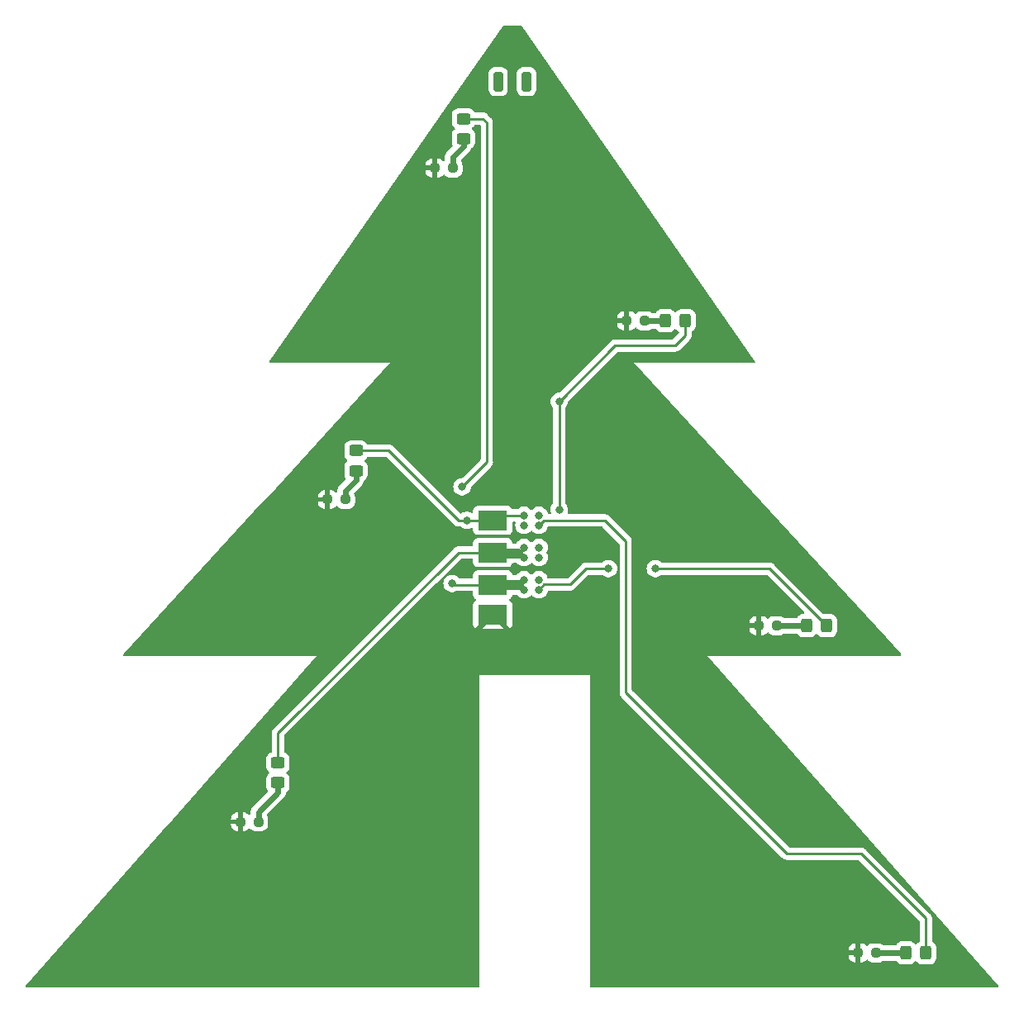
<source format=gbl>
G04 #@! TF.GenerationSoftware,KiCad,Pcbnew,7.0.8*
G04 #@! TF.CreationDate,2024-06-18T20:25:39+02:00*
G04 #@! TF.ProjectId,PCB_Christmas_Tree,5043425f-4368-4726-9973-746d61735f54,rev?*
G04 #@! TF.SameCoordinates,Original*
G04 #@! TF.FileFunction,Copper,L2,Bot*
G04 #@! TF.FilePolarity,Positive*
%FSLAX46Y46*%
G04 Gerber Fmt 4.6, Leading zero omitted, Abs format (unit mm)*
G04 Created by KiCad (PCBNEW 7.0.8) date 2024-06-18 20:25:39*
%MOMM*%
%LPD*%
G01*
G04 APERTURE LIST*
G04 Aperture macros list*
%AMRoundRect*
0 Rectangle with rounded corners*
0 $1 Rounding radius*
0 $2 $3 $4 $5 $6 $7 $8 $9 X,Y pos of 4 corners*
0 Add a 4 corners polygon primitive as box body*
4,1,4,$2,$3,$4,$5,$6,$7,$8,$9,$2,$3,0*
0 Add four circle primitives for the rounded corners*
1,1,$1+$1,$2,$3*
1,1,$1+$1,$4,$5*
1,1,$1+$1,$6,$7*
1,1,$1+$1,$8,$9*
0 Add four rect primitives between the rounded corners*
20,1,$1+$1,$2,$3,$4,$5,0*
20,1,$1+$1,$4,$5,$6,$7,0*
20,1,$1+$1,$6,$7,$8,$9,0*
20,1,$1+$1,$8,$9,$2,$3,0*%
G04 Aperture macros list end*
G04 #@! TA.AperFunction,SMDPad,CuDef*
%ADD10RoundRect,0.250000X-0.325000X-0.450000X0.325000X-0.450000X0.325000X0.450000X-0.325000X0.450000X0*%
G04 #@! TD*
G04 #@! TA.AperFunction,SMDPad,CuDef*
%ADD11RoundRect,0.237500X0.250000X0.237500X-0.250000X0.237500X-0.250000X-0.237500X0.250000X-0.237500X0*%
G04 #@! TD*
G04 #@! TA.AperFunction,SMDPad,CuDef*
%ADD12RoundRect,0.250000X0.250000X0.750000X-0.250000X0.750000X-0.250000X-0.750000X0.250000X-0.750000X0*%
G04 #@! TD*
G04 #@! TA.AperFunction,SMDPad,CuDef*
%ADD13RoundRect,0.250000X0.450000X-0.325000X0.450000X0.325000X-0.450000X0.325000X-0.450000X-0.325000X0*%
G04 #@! TD*
G04 #@! TA.AperFunction,SMDPad,CuDef*
%ADD14R,3.000000X2.000000*%
G04 #@! TD*
G04 #@! TA.AperFunction,ViaPad*
%ADD15C,0.800000*%
G04 #@! TD*
G04 #@! TA.AperFunction,Conductor*
%ADD16C,0.250000*%
G04 #@! TD*
G04 #@! TA.AperFunction,Conductor*
%ADD17C,0.600000*%
G04 #@! TD*
G04 #@! TA.AperFunction,Conductor*
%ADD18C,1.000000*%
G04 #@! TD*
G04 APERTURE END LIST*
D10*
X229354455Y-104678305D03*
X231404455Y-104678305D03*
D11*
X212749955Y-73436305D03*
X210924955Y-73436305D03*
X173191455Y-124776305D03*
X171366455Y-124776305D03*
D10*
X239514455Y-138206305D03*
X241564455Y-138206305D03*
D11*
X182103955Y-91751305D03*
X180278955Y-91751305D03*
D12*
X200661455Y-48925305D03*
D13*
X183191455Y-88801305D03*
X183191455Y-86751305D03*
D11*
X226291955Y-104678305D03*
X224466955Y-104678305D03*
X236451955Y-138206305D03*
X234626955Y-138206305D03*
D12*
X197740455Y-48925305D03*
D13*
X175191455Y-120776305D03*
X175191455Y-118726305D03*
D10*
X214876455Y-73436305D03*
X216926455Y-73436305D03*
D11*
X193103955Y-57776305D03*
X191278955Y-57776305D03*
D14*
X197191455Y-93886305D03*
X197191455Y-97188305D03*
X197191455Y-100490305D03*
X197191455Y-103538305D03*
D13*
X194191455Y-54776305D03*
X194191455Y-52726305D03*
D15*
X234595855Y-136123505D03*
X163679055Y-135615505D03*
X227128255Y-121696305D03*
X224486655Y-102595505D03*
X180138255Y-93857905D03*
X219101855Y-93908705D03*
X165558655Y-137698305D03*
X186488255Y-71404305D03*
X210872255Y-71353505D03*
X221184655Y-91571905D03*
X219203455Y-89539905D03*
X180290655Y-89438305D03*
X173026255Y-102392305D03*
X171349855Y-126674705D03*
X208281455Y-121696305D03*
X208281455Y-116616305D03*
X208281455Y-119156305D03*
X208281455Y-136936305D03*
X194311455Y-139476305D03*
X208281455Y-139476305D03*
X208281455Y-134396305D03*
X208281455Y-114076305D03*
X194311455Y-136936305D03*
X204471455Y-106456305D03*
X208281455Y-131856305D03*
X208281455Y-108996305D03*
X208281455Y-129316305D03*
X208281455Y-126776305D03*
X208281455Y-124236305D03*
X208281455Y-111536305D03*
X194311455Y-134396305D03*
X199391455Y-86136305D03*
X198121455Y-74706305D03*
X199391455Y-72166305D03*
X194311455Y-131856305D03*
X194311455Y-126776305D03*
X194311455Y-114076305D03*
X194311455Y-108996305D03*
X196851455Y-91216305D03*
X198121455Y-78516305D03*
X199391455Y-67086305D03*
X199391455Y-81056305D03*
X194311455Y-124236305D03*
X194311455Y-121696305D03*
X198121455Y-59466305D03*
X194311455Y-129316305D03*
X194311455Y-119156305D03*
X199391455Y-62006305D03*
X198121455Y-69626305D03*
X198121455Y-83596305D03*
X198121455Y-88676305D03*
X199391455Y-56926305D03*
X198121455Y-54386305D03*
X194311455Y-116616305D03*
X194311455Y-111536305D03*
X198121455Y-64546305D03*
X196343455Y-103027305D03*
X196343455Y-104043305D03*
X200407455Y-104043305D03*
X222454655Y-104627505D03*
X201931455Y-104043305D03*
X201931455Y-96677305D03*
X201372655Y-106456305D03*
X197994455Y-96677305D03*
X201931455Y-97693305D03*
X201931455Y-103027305D03*
X191212655Y-59771105D03*
X200407455Y-96677305D03*
X188712455Y-73239305D03*
X178258655Y-91825905D03*
X204090455Y-103535305D03*
X197867455Y-103027305D03*
X197105455Y-106456305D03*
X229007855Y-123677505D03*
X200407455Y-103027305D03*
X207113055Y-59771105D03*
X232767055Y-138155505D03*
X174956655Y-104424305D03*
X196470455Y-97693305D03*
X197994455Y-97693305D03*
X204014255Y-81716705D03*
X208991455Y-73382305D03*
X197867455Y-104043305D03*
X194463855Y-103713105D03*
X200407455Y-97693305D03*
X200407455Y-99979305D03*
X213869455Y-98836305D03*
X201931455Y-99979305D03*
X196470455Y-96677305D03*
X200407455Y-93375305D03*
X194565455Y-93886305D03*
X201931455Y-100995305D03*
X201931455Y-94391305D03*
X197994455Y-93375305D03*
X196470455Y-99979305D03*
X197994455Y-99979305D03*
X209043455Y-98836305D03*
X193041455Y-100360305D03*
X197994455Y-94391305D03*
X200407455Y-94391305D03*
X196470455Y-100995305D03*
X200407455Y-100995305D03*
X196470455Y-94391305D03*
X201931455Y-93375305D03*
X194057455Y-90454305D03*
X196470455Y-93375305D03*
X204014255Y-92791105D03*
X197994455Y-100995305D03*
D16*
X194565455Y-93886305D02*
X193679455Y-93886305D01*
X193679455Y-93886305D02*
X186544455Y-86751305D01*
X186544455Y-86751305D02*
X183191455Y-86751305D01*
X194565455Y-93886305D02*
X197191455Y-93886305D01*
X206757455Y-98836305D02*
X205131855Y-100461905D01*
X209043455Y-98836305D02*
X206757455Y-98836305D01*
D17*
X182103955Y-90825405D02*
X182103955Y-91751305D01*
X183191455Y-89737905D02*
X182103955Y-90825405D01*
X183191455Y-88801305D02*
X183191455Y-89737905D01*
D16*
X202464855Y-100461905D02*
X201931455Y-100995305D01*
X205131855Y-100461905D02*
X202464855Y-100461905D01*
X193673455Y-97188305D02*
X175191455Y-115670305D01*
X194463855Y-97188305D02*
X193673455Y-97188305D01*
X194463855Y-97188305D02*
X197191455Y-97188305D01*
X175191455Y-115670305D02*
X175191455Y-118726305D01*
X193041455Y-100360305D02*
X193171455Y-100490305D01*
X193171455Y-100490305D02*
X197191455Y-100490305D01*
X216926455Y-74951305D02*
X216926455Y-73436305D01*
X215901455Y-75976305D02*
X216926455Y-74951305D01*
X204014255Y-81716705D02*
X209754655Y-75976305D01*
X209754655Y-75976305D02*
X215901455Y-75976305D01*
X204014255Y-81716705D02*
X204014255Y-92791105D01*
X199823255Y-97261505D02*
X200407455Y-96677305D01*
X197994455Y-96677305D02*
X198578655Y-97261505D01*
D18*
X198578655Y-97261505D02*
X199823255Y-97261505D01*
X199924855Y-100512705D02*
X198477055Y-100512705D01*
D16*
X200407455Y-100995305D02*
X199924855Y-100512705D01*
X198477055Y-100512705D02*
X197994455Y-100995305D01*
D17*
X193103955Y-56660605D02*
X193103955Y-57776305D01*
X194191455Y-55573105D02*
X193103955Y-56660605D01*
X194191455Y-54776305D02*
X194191455Y-55573105D01*
X175191455Y-120776305D02*
X175191455Y-121766305D01*
X175191455Y-121766305D02*
X173191455Y-123766305D01*
X173191455Y-123766305D02*
X173191455Y-124776305D01*
X229354455Y-104678305D02*
X226291955Y-104678305D01*
X214876455Y-73436305D02*
X212749955Y-73436305D01*
X239514455Y-138206305D02*
X236451955Y-138206305D01*
D16*
X196597455Y-87914305D02*
X194057455Y-90454305D01*
X196207455Y-52726305D02*
X196597455Y-53116305D01*
X231404455Y-104678305D02*
X225562455Y-98836305D01*
X196597455Y-53116305D02*
X196597455Y-87914305D01*
X225562455Y-98836305D02*
X213869455Y-98836305D01*
X194191455Y-52726305D02*
X196207455Y-52726305D01*
X210821455Y-96042305D02*
X208665455Y-93886305D01*
X210821455Y-111536305D02*
X210821455Y-96042305D01*
X241564455Y-134659305D02*
X234951455Y-128046305D01*
X227331455Y-128046305D02*
X210821455Y-111536305D01*
X241564455Y-138206305D02*
X241564455Y-134659305D01*
X208665455Y-93886305D02*
X202436455Y-93886305D01*
X200407455Y-93375305D02*
X197994455Y-93375305D01*
X234951455Y-128046305D02*
X227331455Y-128046305D01*
X202436455Y-93886305D02*
X201931455Y-94391305D01*
G04 #@! TA.AperFunction,Conductor*
G36*
X200093487Y-43196490D02*
G01*
X200128198Y-43229933D01*
X224054763Y-77580933D01*
X224076927Y-77647194D01*
X224059749Y-77714919D01*
X224008683Y-77762606D01*
X223953013Y-77775805D01*
X211692407Y-77775805D01*
X211691461Y-77775763D01*
X211691357Y-77775805D01*
X211691356Y-77775805D01*
X211691276Y-77775837D01*
X211691089Y-77775906D01*
X211691088Y-77775906D01*
X211691076Y-77775911D01*
X211691000Y-77776096D01*
X211690908Y-77776292D01*
X211690993Y-77776498D01*
X211691058Y-77776675D01*
X211691753Y-77777370D01*
X226573508Y-94012011D01*
X237451401Y-105878804D01*
X238999845Y-107568015D01*
X239030635Y-107630735D01*
X239022628Y-107700144D01*
X238978366Y-107754206D01*
X238911903Y-107775757D01*
X238908438Y-107775805D01*
X219194103Y-107775805D01*
X219191477Y-107775721D01*
X219191040Y-107775885D01*
X219190862Y-107776278D01*
X219191022Y-107776697D01*
X219192825Y-107778614D01*
X249008545Y-141569764D01*
X249038139Y-141633056D01*
X249028817Y-141702301D01*
X248983539Y-141755514D01*
X248916679Y-141775800D01*
X248915565Y-141775805D01*
X207315955Y-141775805D01*
X207248916Y-141756120D01*
X207203161Y-141703316D01*
X207191955Y-141651805D01*
X207191955Y-138456305D01*
X233639456Y-138456305D01*
X233639456Y-138492959D01*
X233649774Y-138593957D01*
X233704001Y-138757605D01*
X233704006Y-138757616D01*
X233794507Y-138904339D01*
X233794510Y-138904343D01*
X233916416Y-139026249D01*
X233916420Y-139026252D01*
X234063143Y-139116753D01*
X234063154Y-139116758D01*
X234226802Y-139170985D01*
X234327806Y-139181304D01*
X234376954Y-139181303D01*
X234376955Y-139181303D01*
X234376955Y-138456305D01*
X233639456Y-138456305D01*
X207191955Y-138456305D01*
X207191955Y-137956305D01*
X233639455Y-137956305D01*
X234376955Y-137956305D01*
X234376955Y-137231305D01*
X234376954Y-137231304D01*
X234327816Y-137231305D01*
X234327798Y-137231306D01*
X234226802Y-137241624D01*
X234063154Y-137295851D01*
X234063143Y-137295856D01*
X233916420Y-137386357D01*
X233916416Y-137386360D01*
X233794510Y-137508266D01*
X233794507Y-137508270D01*
X233704006Y-137654993D01*
X233704001Y-137655004D01*
X233649774Y-137818652D01*
X233639455Y-137919650D01*
X233639455Y-137956305D01*
X207191955Y-137956305D01*
X207191955Y-109801064D01*
X207191983Y-109800921D01*
X207191979Y-109800921D01*
X207191994Y-109776307D01*
X207191996Y-109776305D01*
X207191917Y-109776113D01*
X207191839Y-109775923D01*
X207191837Y-109775921D01*
X207191554Y-109775805D01*
X207191455Y-109775764D01*
X207166901Y-109775764D01*
X207166695Y-109775805D01*
X195860215Y-109775805D01*
X195860009Y-109775764D01*
X195835455Y-109775764D01*
X195835356Y-109775805D01*
X195835072Y-109775921D01*
X195835070Y-109775923D01*
X195834914Y-109776304D01*
X195834931Y-109800921D01*
X195834926Y-109800921D01*
X195834955Y-109801064D01*
X195834955Y-141637842D01*
X195815270Y-141704881D01*
X195762466Y-141750636D01*
X195710992Y-141761842D01*
X149467452Y-141775721D01*
X149400407Y-141756057D01*
X149354636Y-141703266D01*
X149344672Y-141634111D01*
X149373678Y-141570546D01*
X149374362Y-141569764D01*
X163971532Y-125026305D01*
X170378956Y-125026305D01*
X170378956Y-125062959D01*
X170389274Y-125163957D01*
X170443501Y-125327605D01*
X170443506Y-125327616D01*
X170534007Y-125474339D01*
X170534010Y-125474343D01*
X170655916Y-125596249D01*
X170655920Y-125596252D01*
X170802643Y-125686753D01*
X170802654Y-125686758D01*
X170966302Y-125740985D01*
X171067306Y-125751304D01*
X171616455Y-125751304D01*
X171665595Y-125751304D01*
X171665609Y-125751303D01*
X171766607Y-125740985D01*
X171930255Y-125686758D01*
X171930266Y-125686753D01*
X172076988Y-125596253D01*
X172190919Y-125482322D01*
X172252242Y-125448837D01*
X172321934Y-125453821D01*
X172366282Y-125482322D01*
X172480605Y-125596645D01*
X172627439Y-125687213D01*
X172791202Y-125741479D01*
X172892278Y-125751805D01*
X173490631Y-125751804D01*
X173490639Y-125751803D01*
X173490642Y-125751803D01*
X173545985Y-125746149D01*
X173591708Y-125741479D01*
X173755471Y-125687213D01*
X173902305Y-125596645D01*
X174024295Y-125474655D01*
X174114863Y-125327821D01*
X174169129Y-125164058D01*
X174179455Y-125062982D01*
X174179454Y-124489629D01*
X174169129Y-124388552D01*
X174114863Y-124224789D01*
X174114859Y-124224782D01*
X174071031Y-124153725D01*
X174052591Y-124086333D01*
X174073514Y-124019669D01*
X174088884Y-124000953D01*
X175789281Y-122300557D01*
X175821271Y-122268567D01*
X175843492Y-122233200D01*
X175847507Y-122227541D01*
X175873546Y-122194892D01*
X175891664Y-122157266D01*
X175895020Y-122151194D01*
X175917244Y-122115827D01*
X175931035Y-122076410D01*
X175933691Y-122069998D01*
X175951815Y-122032366D01*
X175961113Y-121991626D01*
X175963026Y-121984985D01*
X175976823Y-121945560D01*
X175981498Y-121904065D01*
X175982663Y-121897210D01*
X175984181Y-121890554D01*
X175991955Y-121856499D01*
X175991955Y-121836102D01*
X176011640Y-121769063D01*
X176050858Y-121730563D01*
X176110111Y-121694017D01*
X176234167Y-121569961D01*
X176326269Y-121420639D01*
X176381454Y-121254102D01*
X176391955Y-121151314D01*
X176391954Y-120401297D01*
X176381454Y-120298508D01*
X176326269Y-120131971D01*
X176234167Y-119982649D01*
X176110111Y-119858593D01*
X176107274Y-119856843D01*
X176105738Y-119855135D01*
X176104444Y-119854112D01*
X176104618Y-119853890D01*
X176060551Y-119804899D01*
X176049327Y-119735937D01*
X176077168Y-119671854D01*
X176107272Y-119645767D01*
X176110111Y-119644017D01*
X176234167Y-119519961D01*
X176326269Y-119370639D01*
X176381454Y-119204102D01*
X176391955Y-119101314D01*
X176391954Y-118351297D01*
X176381454Y-118248508D01*
X176326269Y-118081971D01*
X176234167Y-117932649D01*
X176110111Y-117808593D01*
X175960789Y-117716491D01*
X175901948Y-117696993D01*
X175844506Y-117657221D01*
X175817683Y-117592705D01*
X175816955Y-117579288D01*
X175816955Y-115980757D01*
X175836640Y-115913718D01*
X175853274Y-115893076D01*
X186708047Y-105038304D01*
X196045007Y-105038304D01*
X196045008Y-105038305D01*
X198337902Y-105038305D01*
X198337902Y-105038304D01*
X197191455Y-103891858D01*
X196045007Y-105038304D01*
X186708047Y-105038304D01*
X191386046Y-100360305D01*
X192135995Y-100360305D01*
X192155781Y-100548561D01*
X192155782Y-100548564D01*
X192214273Y-100728582D01*
X192214276Y-100728589D01*
X192308922Y-100892521D01*
X192369748Y-100960075D01*
X192435584Y-101033193D01*
X192588720Y-101144453D01*
X192588725Y-101144456D01*
X192761647Y-101221447D01*
X192761652Y-101221449D01*
X192946809Y-101260805D01*
X192946810Y-101260805D01*
X193136099Y-101260805D01*
X193136101Y-101260805D01*
X193321258Y-101221449D01*
X193494185Y-101144456D01*
X193495242Y-101143688D01*
X193501025Y-101139487D01*
X193566831Y-101116007D01*
X193573910Y-101115805D01*
X195066956Y-101115805D01*
X195133995Y-101135490D01*
X195179750Y-101188294D01*
X195190956Y-101239805D01*
X195190956Y-101538181D01*
X195197363Y-101597788D01*
X195247657Y-101732633D01*
X195247661Y-101732640D01*
X195333907Y-101847849D01*
X195333910Y-101847852D01*
X195424076Y-101915351D01*
X195465947Y-101971285D01*
X195470931Y-102040976D01*
X195437445Y-102102299D01*
X195424077Y-102113883D01*
X195334264Y-102181117D01*
X195248104Y-102296211D01*
X195248100Y-102296218D01*
X195197858Y-102430925D01*
X195197856Y-102430932D01*
X195191455Y-102490460D01*
X195191455Y-104586149D01*
X195197856Y-104645677D01*
X195197858Y-104645684D01*
X195248100Y-104780391D01*
X195248104Y-104780398D01*
X195334263Y-104895490D01*
X195334272Y-104895499D01*
X195418015Y-104958190D01*
X195418017Y-104958189D01*
X197103773Y-103272433D01*
X197165096Y-103238948D01*
X197234788Y-103243932D01*
X197279135Y-103272433D01*
X198964891Y-104958189D01*
X199048645Y-104895491D01*
X199134805Y-104780398D01*
X199134809Y-104780391D01*
X199185051Y-104645684D01*
X199185053Y-104645677D01*
X199191454Y-104586149D01*
X199191455Y-104586132D01*
X199191455Y-102490477D01*
X199191454Y-102490460D01*
X199185053Y-102430932D01*
X199185051Y-102430925D01*
X199134809Y-102296218D01*
X199134805Y-102296211D01*
X199048645Y-102181118D01*
X198958833Y-102113884D01*
X198916962Y-102057950D01*
X198911978Y-101988258D01*
X198945463Y-101926935D01*
X198958826Y-101915355D01*
X199049001Y-101847851D01*
X199135251Y-101732636D01*
X199185546Y-101597788D01*
X199187007Y-101593872D01*
X199228878Y-101537938D01*
X199294342Y-101513521D01*
X199303189Y-101513205D01*
X199606823Y-101513205D01*
X199673862Y-101532890D01*
X199698971Y-101554231D01*
X199801584Y-101668193D01*
X199801587Y-101668195D01*
X199954720Y-101779453D01*
X199954725Y-101779456D01*
X200127647Y-101856447D01*
X200127652Y-101856449D01*
X200312809Y-101895805D01*
X200312810Y-101895805D01*
X200502099Y-101895805D01*
X200502101Y-101895805D01*
X200687258Y-101856449D01*
X200860185Y-101779456D01*
X201013326Y-101668193D01*
X201077305Y-101597136D01*
X201136792Y-101560488D01*
X201206649Y-101561819D01*
X201261605Y-101597137D01*
X201325584Y-101668193D01*
X201478720Y-101779453D01*
X201478725Y-101779456D01*
X201651647Y-101856447D01*
X201651652Y-101856449D01*
X201836809Y-101895805D01*
X201836810Y-101895805D01*
X202026099Y-101895805D01*
X202026101Y-101895805D01*
X202211258Y-101856449D01*
X202384185Y-101779456D01*
X202537326Y-101668193D01*
X202663988Y-101527521D01*
X202758634Y-101363589D01*
X202817129Y-101183561D01*
X202817129Y-101183560D01*
X202819137Y-101177381D01*
X202820839Y-101177934D01*
X202849889Y-101124137D01*
X202911054Y-101090364D01*
X202937981Y-101087405D01*
X205049112Y-101087405D01*
X205064732Y-101089129D01*
X205064759Y-101088844D01*
X205072515Y-101089576D01*
X205072522Y-101089578D01*
X205141669Y-101087405D01*
X205171205Y-101087405D01*
X205178083Y-101086535D01*
X205183896Y-101086077D01*
X205230482Y-101084614D01*
X205249724Y-101079022D01*
X205268767Y-101075079D01*
X205288647Y-101072569D01*
X205331977Y-101055412D01*
X205337501Y-101053522D01*
X205341251Y-101052432D01*
X205382245Y-101040523D01*
X205399484Y-101030327D01*
X205416958Y-101021767D01*
X205435582Y-101014393D01*
X205435582Y-101014392D01*
X205435587Y-101014391D01*
X205473304Y-100986987D01*
X205478160Y-100983797D01*
X205518275Y-100960075D01*
X205532444Y-100945904D01*
X205547234Y-100933273D01*
X205563442Y-100921499D01*
X205593154Y-100885581D01*
X205597067Y-100881281D01*
X206980226Y-99498124D01*
X207041549Y-99464639D01*
X207067907Y-99461805D01*
X208339707Y-99461805D01*
X208406746Y-99481490D01*
X208431855Y-99502831D01*
X208437581Y-99509190D01*
X208437585Y-99509194D01*
X208590720Y-99620453D01*
X208590725Y-99620456D01*
X208763647Y-99697447D01*
X208763652Y-99697449D01*
X208948809Y-99736805D01*
X208948810Y-99736805D01*
X209138099Y-99736805D01*
X209138101Y-99736805D01*
X209323258Y-99697449D01*
X209496185Y-99620456D01*
X209649326Y-99509193D01*
X209775988Y-99368521D01*
X209870634Y-99204589D01*
X209929129Y-99024561D01*
X209948634Y-98838973D01*
X209949347Y-98837241D01*
X209948634Y-98833634D01*
X209947272Y-98820673D01*
X209929129Y-98648049D01*
X209870634Y-98468021D01*
X209775988Y-98304089D01*
X209649326Y-98163417D01*
X209649325Y-98163416D01*
X209496189Y-98052156D01*
X209496184Y-98052153D01*
X209323262Y-97975162D01*
X209323257Y-97975160D01*
X209147510Y-97937805D01*
X209138101Y-97935805D01*
X208948809Y-97935805D01*
X208939400Y-97937805D01*
X208763652Y-97975160D01*
X208763647Y-97975162D01*
X208590725Y-98052153D01*
X208590720Y-98052156D01*
X208437585Y-98163415D01*
X208437581Y-98163419D01*
X208431855Y-98169779D01*
X208372368Y-98206426D01*
X208339707Y-98210805D01*
X206840198Y-98210805D01*
X206824577Y-98209080D01*
X206824550Y-98209366D01*
X206816788Y-98208631D01*
X206747627Y-98210805D01*
X206718104Y-98210805D01*
X206711233Y-98211672D01*
X206705414Y-98212130D01*
X206658829Y-98213594D01*
X206658823Y-98213595D01*
X206639581Y-98219185D01*
X206620542Y-98223128D01*
X206600672Y-98225639D01*
X206600658Y-98225642D01*
X206557338Y-98242793D01*
X206551813Y-98244685D01*
X206507068Y-98257685D01*
X206507065Y-98257686D01*
X206489821Y-98267884D01*
X206472360Y-98276438D01*
X206453729Y-98283815D01*
X206453717Y-98283822D01*
X206416025Y-98311207D01*
X206411142Y-98314414D01*
X206371035Y-98338134D01*
X206356869Y-98352300D01*
X206342079Y-98364932D01*
X206325869Y-98376709D01*
X206325866Y-98376712D01*
X206296165Y-98412614D01*
X206292232Y-98416936D01*
X204909083Y-99800086D01*
X204847760Y-99833571D01*
X204821402Y-99836405D01*
X202921957Y-99836405D01*
X202854918Y-99816720D01*
X202809163Y-99763916D01*
X202804026Y-99750723D01*
X202800803Y-99740805D01*
X202758634Y-99611021D01*
X202663988Y-99447089D01*
X202537326Y-99306417D01*
X202456889Y-99247976D01*
X202384189Y-99195156D01*
X202384184Y-99195153D01*
X202211262Y-99118162D01*
X202211257Y-99118160D01*
X202065456Y-99087170D01*
X202026101Y-99078805D01*
X201836809Y-99078805D01*
X201804352Y-99085703D01*
X201651652Y-99118160D01*
X201651647Y-99118162D01*
X201478725Y-99195153D01*
X201478720Y-99195156D01*
X201325584Y-99306416D01*
X201325583Y-99306417D01*
X201261604Y-99377473D01*
X201202118Y-99414121D01*
X201132261Y-99412790D01*
X201077306Y-99377473D01*
X201013326Y-99306417D01*
X201013325Y-99306416D01*
X200860189Y-99195156D01*
X200860184Y-99195153D01*
X200687262Y-99118162D01*
X200687257Y-99118160D01*
X200541456Y-99087170D01*
X200502101Y-99078805D01*
X200312809Y-99078805D01*
X200280352Y-99085703D01*
X200127652Y-99118160D01*
X200127647Y-99118162D01*
X199954725Y-99195153D01*
X199954720Y-99195156D01*
X199801584Y-99306416D01*
X199674922Y-99447088D01*
X199673125Y-99450202D01*
X199671611Y-99451645D01*
X199671100Y-99452349D01*
X199670971Y-99452255D01*
X199622559Y-99498419D01*
X199565736Y-99512205D01*
X199310839Y-99512205D01*
X199243800Y-99492520D01*
X199198045Y-99439716D01*
X199187549Y-99401456D01*
X199185546Y-99382821D01*
X199135252Y-99247976D01*
X199135248Y-99247969D01*
X199049002Y-99132760D01*
X199048999Y-99132757D01*
X198933790Y-99046511D01*
X198933783Y-99046507D01*
X198798937Y-98996213D01*
X198798938Y-98996213D01*
X198739338Y-98989806D01*
X198739336Y-98989805D01*
X198739328Y-98989805D01*
X198739319Y-98989805D01*
X195643584Y-98989805D01*
X195643578Y-98989806D01*
X195583971Y-98996213D01*
X195449126Y-99046507D01*
X195449119Y-99046511D01*
X195333910Y-99132757D01*
X195333907Y-99132760D01*
X195247661Y-99247969D01*
X195247657Y-99247976D01*
X195197363Y-99382822D01*
X195190956Y-99442421D01*
X195190955Y-99442440D01*
X195190955Y-99740805D01*
X195171270Y-99807844D01*
X195118466Y-99853599D01*
X195066955Y-99864805D01*
X193862255Y-99864805D01*
X193795216Y-99845120D01*
X193770105Y-99823777D01*
X193647325Y-99687416D01*
X193494189Y-99576156D01*
X193494184Y-99576153D01*
X193321262Y-99499162D01*
X193321257Y-99499160D01*
X193145510Y-99461805D01*
X193136101Y-99459805D01*
X192946809Y-99459805D01*
X192937400Y-99461805D01*
X192761652Y-99499160D01*
X192761647Y-99499162D01*
X192588725Y-99576153D01*
X192588720Y-99576156D01*
X192435584Y-99687416D01*
X192308921Y-99828090D01*
X192214276Y-99992020D01*
X192214273Y-99992027D01*
X192155782Y-100172045D01*
X192155781Y-100172049D01*
X192135995Y-100360305D01*
X191386046Y-100360305D01*
X193896227Y-97850124D01*
X193957550Y-97816639D01*
X193983908Y-97813805D01*
X194384836Y-97813805D01*
X195066956Y-97813805D01*
X195133995Y-97833490D01*
X195179750Y-97886294D01*
X195190956Y-97937805D01*
X195190956Y-98236181D01*
X195197363Y-98295788D01*
X195247657Y-98430633D01*
X195247661Y-98430640D01*
X195333907Y-98545849D01*
X195333910Y-98545852D01*
X195449119Y-98632098D01*
X195449126Y-98632102D01*
X195583972Y-98682396D01*
X195583971Y-98682396D01*
X195590899Y-98683140D01*
X195643582Y-98688805D01*
X198739327Y-98688804D01*
X198798938Y-98682396D01*
X198933786Y-98632101D01*
X199049001Y-98545851D01*
X199135251Y-98430636D01*
X199151497Y-98387078D01*
X199168060Y-98342672D01*
X199209931Y-98286738D01*
X199275396Y-98262321D01*
X199284242Y-98262005D01*
X199652563Y-98262005D01*
X199719602Y-98281690D01*
X199744712Y-98303032D01*
X199801583Y-98366192D01*
X199801590Y-98366198D01*
X199954720Y-98477453D01*
X199954725Y-98477456D01*
X200127647Y-98554447D01*
X200127652Y-98554449D01*
X200312809Y-98593805D01*
X200312810Y-98593805D01*
X200502099Y-98593805D01*
X200502101Y-98593805D01*
X200687258Y-98554449D01*
X200860185Y-98477456D01*
X201013326Y-98366193D01*
X201077305Y-98295136D01*
X201136792Y-98258488D01*
X201206649Y-98259819D01*
X201261604Y-98295136D01*
X201304406Y-98342672D01*
X201325584Y-98366193D01*
X201478720Y-98477453D01*
X201478725Y-98477456D01*
X201651647Y-98554447D01*
X201651652Y-98554449D01*
X201836809Y-98593805D01*
X201836810Y-98593805D01*
X202026099Y-98593805D01*
X202026101Y-98593805D01*
X202211258Y-98554449D01*
X202384185Y-98477456D01*
X202537326Y-98366193D01*
X202663988Y-98225521D01*
X202758634Y-98061589D01*
X202817129Y-97881561D01*
X202836915Y-97693305D01*
X202817129Y-97505049D01*
X202758634Y-97325021D01*
X202713763Y-97247302D01*
X202697291Y-97179405D01*
X202713763Y-97123307D01*
X202758634Y-97045589D01*
X202817129Y-96865561D01*
X202836915Y-96677305D01*
X202817129Y-96489049D01*
X202758634Y-96309021D01*
X202663988Y-96145089D01*
X202537326Y-96004417D01*
X202535314Y-96002955D01*
X202384189Y-95893156D01*
X202384184Y-95893153D01*
X202211262Y-95816162D01*
X202211257Y-95816160D01*
X202065456Y-95785170D01*
X202026101Y-95776805D01*
X201836809Y-95776805D01*
X201804352Y-95783703D01*
X201651652Y-95816160D01*
X201651647Y-95816162D01*
X201478725Y-95893153D01*
X201478720Y-95893156D01*
X201325584Y-96004416D01*
X201325583Y-96004417D01*
X201261604Y-96075473D01*
X201202118Y-96112121D01*
X201132261Y-96110790D01*
X201077306Y-96075473D01*
X201013326Y-96004417D01*
X201013325Y-96004416D01*
X200860189Y-95893156D01*
X200860184Y-95893153D01*
X200687262Y-95816162D01*
X200687257Y-95816160D01*
X200541456Y-95785170D01*
X200502101Y-95776805D01*
X200312809Y-95776805D01*
X200280352Y-95783703D01*
X200127652Y-95816160D01*
X200127647Y-95816162D01*
X199954725Y-95893153D01*
X199954720Y-95893156D01*
X199801584Y-96004416D01*
X199674920Y-96145090D01*
X199643793Y-96199005D01*
X199593226Y-96247221D01*
X199536406Y-96261005D01*
X199315948Y-96261005D01*
X199248909Y-96241320D01*
X199203154Y-96188516D01*
X199192125Y-96143629D01*
X199191954Y-96140440D01*
X199191954Y-96140433D01*
X199185546Y-96080822D01*
X199157048Y-96004416D01*
X199135252Y-95945976D01*
X199135248Y-95945969D01*
X199049002Y-95830760D01*
X199048999Y-95830757D01*
X198933790Y-95744511D01*
X198933783Y-95744507D01*
X198798937Y-95694213D01*
X198798938Y-95694213D01*
X198739338Y-95687806D01*
X198739336Y-95687805D01*
X198739328Y-95687805D01*
X198739319Y-95687805D01*
X195643584Y-95687805D01*
X195643578Y-95687806D01*
X195583971Y-95694213D01*
X195449126Y-95744507D01*
X195449119Y-95744511D01*
X195333910Y-95830757D01*
X195333907Y-95830760D01*
X195247661Y-95945969D01*
X195247657Y-95945976D01*
X195197363Y-96080822D01*
X195190956Y-96140421D01*
X195190956Y-96140430D01*
X195190955Y-96140440D01*
X195190955Y-96438805D01*
X195171270Y-96505844D01*
X195118466Y-96551599D01*
X195066955Y-96562805D01*
X193756193Y-96562805D01*
X193740576Y-96561081D01*
X193740549Y-96561367D01*
X193732787Y-96560632D01*
X193663659Y-96562805D01*
X193634105Y-96562805D01*
X193633384Y-96562895D01*
X193627212Y-96563674D01*
X193621400Y-96564131D01*
X193574828Y-96565595D01*
X193574827Y-96565595D01*
X193555584Y-96571186D01*
X193536534Y-96575130D01*
X193516666Y-96577639D01*
X193473339Y-96594793D01*
X193467813Y-96596684D01*
X193423069Y-96609684D01*
X193423065Y-96609686D01*
X193405821Y-96619884D01*
X193388360Y-96628438D01*
X193369729Y-96635815D01*
X193369717Y-96635822D01*
X193332025Y-96663207D01*
X193327142Y-96666414D01*
X193287035Y-96690134D01*
X193272869Y-96704300D01*
X193258079Y-96716932D01*
X193241869Y-96728709D01*
X193241866Y-96728712D01*
X193212165Y-96764614D01*
X193208232Y-96768936D01*
X174807663Y-115169504D01*
X174795406Y-115179325D01*
X174795589Y-115179546D01*
X174789578Y-115184518D01*
X174742227Y-115234941D01*
X174721344Y-115255824D01*
X174721332Y-115255837D01*
X174717076Y-115261322D01*
X174713292Y-115265752D01*
X174681392Y-115299723D01*
X174681391Y-115299725D01*
X174671739Y-115317281D01*
X174661065Y-115333531D01*
X174648784Y-115349366D01*
X174648779Y-115349373D01*
X174630270Y-115392143D01*
X174627700Y-115397389D01*
X174605258Y-115438211D01*
X174600277Y-115457612D01*
X174593976Y-115476015D01*
X174586017Y-115494407D01*
X174586016Y-115494410D01*
X174578726Y-115540432D01*
X174577542Y-115546151D01*
X174565956Y-115591277D01*
X174565955Y-115591287D01*
X174565955Y-115611321D01*
X174564428Y-115630720D01*
X174561295Y-115650499D01*
X174561295Y-115650500D01*
X174565680Y-115696888D01*
X174565955Y-115702726D01*
X174565955Y-117579288D01*
X174546270Y-117646327D01*
X174493466Y-117692082D01*
X174480965Y-117696991D01*
X174422121Y-117716491D01*
X174422118Y-117716492D01*
X174272797Y-117808594D01*
X174148744Y-117932647D01*
X174056642Y-118081968D01*
X174056641Y-118081971D01*
X174001456Y-118248508D01*
X174001456Y-118248509D01*
X174001455Y-118248509D01*
X173990955Y-118351288D01*
X173990955Y-119101306D01*
X173990956Y-119101324D01*
X174001455Y-119204101D01*
X174001456Y-119204104D01*
X174056640Y-119370636D01*
X174056642Y-119370641D01*
X174148744Y-119519962D01*
X174272801Y-119644019D01*
X174275637Y-119645768D01*
X174277172Y-119647475D01*
X174278466Y-119648498D01*
X174278291Y-119648719D01*
X174322360Y-119697716D01*
X174333581Y-119766679D01*
X174305737Y-119830761D01*
X174275637Y-119856842D01*
X174272801Y-119858590D01*
X174148744Y-119982647D01*
X174056642Y-120131968D01*
X174056641Y-120131971D01*
X174001456Y-120298508D01*
X174001456Y-120298509D01*
X174001455Y-120298509D01*
X173990955Y-120401288D01*
X173990955Y-121151306D01*
X173990956Y-121151324D01*
X174001455Y-121254101D01*
X174001456Y-121254104D01*
X174056640Y-121420636D01*
X174056644Y-121420645D01*
X174138083Y-121552679D01*
X174156523Y-121620071D01*
X174135600Y-121686735D01*
X174120225Y-121705456D01*
X172689193Y-123136489D01*
X172561641Y-123264040D01*
X172561638Y-123264044D01*
X172539421Y-123299401D01*
X172535396Y-123305074D01*
X172509365Y-123337715D01*
X172491246Y-123375338D01*
X172487882Y-123381425D01*
X172465667Y-123416781D01*
X172465663Y-123416788D01*
X172451871Y-123456200D01*
X172449210Y-123462625D01*
X172431094Y-123500244D01*
X172421799Y-123540964D01*
X172419874Y-123547646D01*
X172406087Y-123587049D01*
X172401410Y-123628540D01*
X172400246Y-123635394D01*
X172390955Y-123676111D01*
X172390955Y-123970960D01*
X172371270Y-124037999D01*
X172318466Y-124083754D01*
X172249308Y-124093698D01*
X172185752Y-124064673D01*
X172179274Y-124058641D01*
X172076993Y-123956360D01*
X172076989Y-123956357D01*
X171930266Y-123865856D01*
X171930255Y-123865851D01*
X171766607Y-123811624D01*
X171665609Y-123801305D01*
X171616455Y-123801305D01*
X171616455Y-125751304D01*
X171067306Y-125751304D01*
X171116454Y-125751303D01*
X171116455Y-125751303D01*
X171116455Y-125026305D01*
X170378956Y-125026305D01*
X163971532Y-125026305D01*
X164412708Y-124526305D01*
X170378955Y-124526305D01*
X171116455Y-124526305D01*
X171116455Y-123801305D01*
X171116454Y-123801304D01*
X171067316Y-123801305D01*
X171067298Y-123801306D01*
X170966302Y-123811624D01*
X170802654Y-123865851D01*
X170802643Y-123865856D01*
X170655920Y-123956357D01*
X170655916Y-123956360D01*
X170534010Y-124078266D01*
X170534007Y-124078270D01*
X170443506Y-124224993D01*
X170443501Y-124225004D01*
X170389274Y-124388652D01*
X170378955Y-124489650D01*
X170378955Y-124526305D01*
X164412708Y-124526305D01*
X179190119Y-107778573D01*
X179191918Y-107776657D01*
X179192051Y-107776303D01*
X179192049Y-107776213D01*
X179191896Y-107775873D01*
X179191882Y-107775861D01*
X179191514Y-107775722D01*
X179188851Y-107775805D01*
X159474473Y-107775805D01*
X159407434Y-107756120D01*
X159361679Y-107703316D01*
X159351735Y-107634158D01*
X159380760Y-107570602D01*
X159383066Y-107568015D01*
X173652549Y-92001305D01*
X179291456Y-92001305D01*
X179291456Y-92037959D01*
X179301774Y-92138957D01*
X179356001Y-92302605D01*
X179356006Y-92302616D01*
X179446507Y-92449339D01*
X179446510Y-92449343D01*
X179568416Y-92571249D01*
X179568420Y-92571252D01*
X179715143Y-92661753D01*
X179715154Y-92661758D01*
X179878802Y-92715985D01*
X179979806Y-92726304D01*
X180528955Y-92726304D01*
X180578095Y-92726304D01*
X180578109Y-92726303D01*
X180679107Y-92715985D01*
X180842755Y-92661758D01*
X180842766Y-92661753D01*
X180989488Y-92571253D01*
X181103419Y-92457322D01*
X181164742Y-92423837D01*
X181234434Y-92428821D01*
X181278782Y-92457322D01*
X181393105Y-92571645D01*
X181539939Y-92662213D01*
X181703702Y-92716479D01*
X181804778Y-92726805D01*
X182403131Y-92726804D01*
X182403139Y-92726803D01*
X182403142Y-92726803D01*
X182458485Y-92721149D01*
X182504208Y-92716479D01*
X182667971Y-92662213D01*
X182814805Y-92571645D01*
X182936795Y-92449655D01*
X183027363Y-92302821D01*
X183081629Y-92139058D01*
X183091955Y-92037982D01*
X183091954Y-91464629D01*
X183081629Y-91363552D01*
X183027363Y-91199789D01*
X183015615Y-91180742D01*
X182997174Y-91113350D01*
X183018096Y-91046686D01*
X183033467Y-91027970D01*
X183789281Y-90272157D01*
X183821271Y-90240167D01*
X183843492Y-90204800D01*
X183847507Y-90199141D01*
X183873546Y-90166492D01*
X183891664Y-90128866D01*
X183895020Y-90122794D01*
X183917244Y-90087427D01*
X183931035Y-90048010D01*
X183933691Y-90041598D01*
X183951815Y-90003966D01*
X183961113Y-89963226D01*
X183963026Y-89956585D01*
X183976823Y-89917160D01*
X183981498Y-89875665D01*
X183982662Y-89868812D01*
X183990008Y-89836629D01*
X184024116Y-89775650D01*
X184045796Y-89758685D01*
X184110111Y-89719017D01*
X184234167Y-89594961D01*
X184326269Y-89445639D01*
X184381454Y-89279102D01*
X184391955Y-89176314D01*
X184391954Y-88426297D01*
X184390811Y-88415111D01*
X184381454Y-88323508D01*
X184381453Y-88323505D01*
X184379911Y-88318853D01*
X184326269Y-88156971D01*
X184234167Y-88007649D01*
X184110111Y-87883593D01*
X184107274Y-87881843D01*
X184105738Y-87880135D01*
X184104444Y-87879112D01*
X184104618Y-87878890D01*
X184060551Y-87829899D01*
X184049327Y-87760937D01*
X184077168Y-87696854D01*
X184107272Y-87670767D01*
X184110111Y-87669017D01*
X184234167Y-87544961D01*
X184301554Y-87435707D01*
X184353502Y-87388984D01*
X184407093Y-87376805D01*
X186234003Y-87376805D01*
X186301042Y-87396490D01*
X186321684Y-87413124D01*
X193178649Y-94270089D01*
X193188474Y-94282353D01*
X193188695Y-94282171D01*
X193193665Y-94288178D01*
X193193668Y-94288181D01*
X193193669Y-94288182D01*
X193244106Y-94335546D01*
X193264985Y-94356425D01*
X193270459Y-94360671D01*
X193274897Y-94364461D01*
X193308873Y-94396367D01*
X193308877Y-94396369D01*
X193326428Y-94406018D01*
X193342686Y-94416697D01*
X193358519Y-94428979D01*
X193380470Y-94438477D01*
X193401292Y-94447488D01*
X193406536Y-94450057D01*
X193447363Y-94472502D01*
X193466767Y-94477484D01*
X193485165Y-94483783D01*
X193503560Y-94491743D01*
X193549584Y-94499031D01*
X193555287Y-94500212D01*
X193600436Y-94511805D01*
X193620471Y-94511805D01*
X193639868Y-94513331D01*
X193659651Y-94516465D01*
X193706039Y-94512080D01*
X193711877Y-94511805D01*
X193861707Y-94511805D01*
X193928746Y-94531490D01*
X193953855Y-94552831D01*
X193959581Y-94559190D01*
X193959585Y-94559194D01*
X194112720Y-94670453D01*
X194112725Y-94670456D01*
X194285647Y-94747447D01*
X194285652Y-94747449D01*
X194470809Y-94786805D01*
X194470810Y-94786805D01*
X194660099Y-94786805D01*
X194660101Y-94786805D01*
X194845258Y-94747449D01*
X195016521Y-94671196D01*
X195085768Y-94661911D01*
X195149045Y-94691539D01*
X195186259Y-94750674D01*
X195190955Y-94784475D01*
X195190955Y-94934174D01*
X195190956Y-94934181D01*
X195197363Y-94993788D01*
X195247657Y-95128633D01*
X195247661Y-95128640D01*
X195333907Y-95243849D01*
X195333910Y-95243852D01*
X195449119Y-95330098D01*
X195449126Y-95330102D01*
X195583972Y-95380396D01*
X195583971Y-95380396D01*
X195590899Y-95381140D01*
X195643582Y-95386805D01*
X198739327Y-95386804D01*
X198798938Y-95380396D01*
X198933786Y-95330101D01*
X199049001Y-95243851D01*
X199135251Y-95128636D01*
X199185546Y-94993788D01*
X199191955Y-94934178D01*
X199191955Y-94124805D01*
X199211640Y-94057766D01*
X199264444Y-94012011D01*
X199315955Y-94000805D01*
X199416823Y-94000805D01*
X199483862Y-94020490D01*
X199529617Y-94073294D01*
X199539561Y-94142452D01*
X199534755Y-94163118D01*
X199529100Y-94180522D01*
X199521781Y-94203047D01*
X199521781Y-94203049D01*
X199501995Y-94391305D01*
X199521781Y-94579561D01*
X199521782Y-94579564D01*
X199580273Y-94759582D01*
X199580276Y-94759589D01*
X199674922Y-94923521D01*
X199737605Y-94993137D01*
X199801584Y-95064193D01*
X199954720Y-95175453D01*
X199954725Y-95175456D01*
X200127647Y-95252447D01*
X200127652Y-95252449D01*
X200312809Y-95291805D01*
X200312810Y-95291805D01*
X200502099Y-95291805D01*
X200502101Y-95291805D01*
X200687258Y-95252449D01*
X200860185Y-95175456D01*
X201013326Y-95064193D01*
X201077305Y-94993136D01*
X201136792Y-94956488D01*
X201206649Y-94957819D01*
X201261605Y-94993137D01*
X201325584Y-95064193D01*
X201478720Y-95175453D01*
X201478725Y-95175456D01*
X201651647Y-95252447D01*
X201651652Y-95252449D01*
X201836809Y-95291805D01*
X201836810Y-95291805D01*
X202026099Y-95291805D01*
X202026101Y-95291805D01*
X202211258Y-95252449D01*
X202384185Y-95175456D01*
X202537326Y-95064193D01*
X202663988Y-94923521D01*
X202758634Y-94759589D01*
X202811304Y-94597485D01*
X202850741Y-94539812D01*
X202915100Y-94512613D01*
X202929235Y-94511805D01*
X208355003Y-94511805D01*
X208422042Y-94531490D01*
X208442684Y-94548124D01*
X210159636Y-96265076D01*
X210193121Y-96326399D01*
X210195955Y-96352757D01*
X210195955Y-98820673D01*
X210193548Y-98828867D01*
X210193932Y-98829629D01*
X210195955Y-98851936D01*
X210195955Y-111453560D01*
X210194230Y-111469177D01*
X210194516Y-111469204D01*
X210193781Y-111476970D01*
X210195955Y-111546119D01*
X210195955Y-111575648D01*
X210195956Y-111575665D01*
X210196823Y-111582536D01*
X210197281Y-111588355D01*
X210198745Y-111634929D01*
X210198746Y-111634932D01*
X210204335Y-111654172D01*
X210208279Y-111673216D01*
X210210791Y-111693096D01*
X210227945Y-111736424D01*
X210229837Y-111741952D01*
X210242836Y-111786693D01*
X210253035Y-111803939D01*
X210261593Y-111821408D01*
X210268969Y-111840037D01*
X210296353Y-111877728D01*
X210299561Y-111882612D01*
X210323282Y-111922721D01*
X210323288Y-111922729D01*
X210337445Y-111936885D01*
X210350083Y-111951681D01*
X210361860Y-111967891D01*
X210361861Y-111967892D01*
X210397764Y-111997593D01*
X210402075Y-112001515D01*
X222789111Y-124388552D01*
X226830652Y-128430093D01*
X226840477Y-128442356D01*
X226840698Y-128442174D01*
X226845669Y-128448183D01*
X226871672Y-128472600D01*
X226896090Y-128495531D01*
X226916984Y-128516425D01*
X226922466Y-128520678D01*
X226926898Y-128524462D01*
X226960873Y-128556367D01*
X226978431Y-128566019D01*
X226994688Y-128576698D01*
X227010519Y-128588978D01*
X227030192Y-128597491D01*
X227053288Y-128607487D01*
X227058532Y-128610055D01*
X227099363Y-128632502D01*
X227111978Y-128635740D01*
X227118760Y-128637482D01*
X227137174Y-128643786D01*
X227155559Y-128651743D01*
X227201612Y-128659037D01*
X227207281Y-128660211D01*
X227252436Y-128671805D01*
X227272471Y-128671805D01*
X227291868Y-128673331D01*
X227311651Y-128676465D01*
X227358039Y-128672080D01*
X227363877Y-128671805D01*
X234641003Y-128671805D01*
X234708042Y-128691490D01*
X234728684Y-128708124D01*
X240902636Y-134882076D01*
X240936121Y-134943399D01*
X240938955Y-134969757D01*
X240938955Y-136990667D01*
X240919270Y-137057706D01*
X240880053Y-137096204D01*
X240811743Y-137138338D01*
X240770797Y-137163594D01*
X240646740Y-137287651D01*
X240644992Y-137290487D01*
X240643284Y-137292022D01*
X240642262Y-137293316D01*
X240642040Y-137293141D01*
X240593044Y-137337210D01*
X240524081Y-137348431D01*
X240459999Y-137320587D01*
X240433918Y-137290487D01*
X240432169Y-137287651D01*
X240308112Y-137163594D01*
X240308111Y-137163593D01*
X240158789Y-137071491D01*
X239992252Y-137016306D01*
X239992250Y-137016305D01*
X239889465Y-137005805D01*
X239139453Y-137005805D01*
X239139435Y-137005806D01*
X239036658Y-137016305D01*
X239036655Y-137016306D01*
X238870123Y-137071490D01*
X238870118Y-137071492D01*
X238720797Y-137163594D01*
X238596744Y-137287647D01*
X238560196Y-137346902D01*
X238508248Y-137393626D01*
X238454657Y-137405805D01*
X237230137Y-137405805D01*
X237165040Y-137387344D01*
X237162806Y-137385966D01*
X237162805Y-137385965D01*
X237067670Y-137327285D01*
X237015973Y-137295398D01*
X237015968Y-137295396D01*
X236992583Y-137287647D01*
X236852208Y-137241131D01*
X236852206Y-137241130D01*
X236751133Y-137230805D01*
X236152785Y-137230805D01*
X236152767Y-137230806D01*
X236051702Y-137241130D01*
X235887939Y-137295397D01*
X235887936Y-137295398D01*
X235741106Y-137385964D01*
X235626782Y-137500288D01*
X235565459Y-137533772D01*
X235495767Y-137528788D01*
X235451420Y-137500287D01*
X235337493Y-137386360D01*
X235337489Y-137386357D01*
X235190766Y-137295856D01*
X235190755Y-137295851D01*
X235027107Y-137241624D01*
X234926109Y-137231305D01*
X234876955Y-137231305D01*
X234876955Y-139181304D01*
X234926095Y-139181304D01*
X234926109Y-139181303D01*
X235027107Y-139170985D01*
X235190755Y-139116758D01*
X235190766Y-139116753D01*
X235337488Y-139026253D01*
X235451419Y-138912322D01*
X235512742Y-138878837D01*
X235582434Y-138883821D01*
X235626782Y-138912322D01*
X235741105Y-139026645D01*
X235887939Y-139117213D01*
X236051702Y-139171479D01*
X236152778Y-139181805D01*
X236751131Y-139181804D01*
X236751139Y-139181803D01*
X236751142Y-139181803D01*
X236806485Y-139176149D01*
X236852208Y-139171479D01*
X237015971Y-139117213D01*
X237162805Y-139026645D01*
X237162806Y-139026643D01*
X237165040Y-139025266D01*
X237230137Y-139006805D01*
X238454657Y-139006805D01*
X238521696Y-139026490D01*
X238560194Y-139065706D01*
X238596743Y-139124961D01*
X238720799Y-139249017D01*
X238870121Y-139341119D01*
X239036658Y-139396304D01*
X239139446Y-139406805D01*
X239889463Y-139406804D01*
X239889471Y-139406803D01*
X239889474Y-139406803D01*
X239945757Y-139401053D01*
X239992252Y-139396304D01*
X240158789Y-139341119D01*
X240308111Y-139249017D01*
X240432167Y-139124961D01*
X240433916Y-139122124D01*
X240435624Y-139120588D01*
X240436648Y-139119294D01*
X240436869Y-139119468D01*
X240485861Y-139075401D01*
X240554823Y-139064177D01*
X240618906Y-139092018D01*
X240644992Y-139122122D01*
X240646743Y-139124961D01*
X240770799Y-139249017D01*
X240920121Y-139341119D01*
X241086658Y-139396304D01*
X241189446Y-139406805D01*
X241939463Y-139406804D01*
X241939471Y-139406803D01*
X241939474Y-139406803D01*
X241995757Y-139401053D01*
X242042252Y-139396304D01*
X242208789Y-139341119D01*
X242358111Y-139249017D01*
X242482167Y-139124961D01*
X242574269Y-138975639D01*
X242629454Y-138809102D01*
X242639955Y-138706314D01*
X242639954Y-137706297D01*
X242634692Y-137654789D01*
X242629454Y-137603508D01*
X242629453Y-137603505D01*
X242574269Y-137436971D01*
X242482167Y-137287649D01*
X242358111Y-137163593D01*
X242248857Y-137096205D01*
X242202134Y-137044258D01*
X242189955Y-136990667D01*
X242189955Y-134742042D01*
X242191679Y-134726428D01*
X242191393Y-134726401D01*
X242192127Y-134718638D01*
X242189955Y-134649508D01*
X242189955Y-134619956D01*
X242189955Y-134619955D01*
X242189084Y-134613064D01*
X242188627Y-134607250D01*
X242187164Y-134560678D01*
X242181576Y-134541444D01*
X242177629Y-134522386D01*
X242175119Y-134502513D01*
X242157962Y-134459180D01*
X242156069Y-134453651D01*
X242143073Y-134408919D01*
X242143072Y-134408915D01*
X242132875Y-134391673D01*
X242124318Y-134374207D01*
X242116941Y-134355573D01*
X242089538Y-134317855D01*
X242086355Y-134313010D01*
X242062625Y-134272884D01*
X242062620Y-134272878D01*
X242048460Y-134258718D01*
X242035825Y-134243925D01*
X242024048Y-134227717D01*
X241988148Y-134198018D01*
X241983836Y-134194095D01*
X235452258Y-127662517D01*
X235442435Y-127650255D01*
X235442214Y-127650439D01*
X235437241Y-127644428D01*
X235386819Y-127597078D01*
X235376374Y-127586633D01*
X235365930Y-127576188D01*
X235360441Y-127571930D01*
X235356016Y-127568152D01*
X235322037Y-127536243D01*
X235322035Y-127536241D01*
X235322032Y-127536240D01*
X235304484Y-127526593D01*
X235288218Y-127515909D01*
X235272388Y-127503630D01*
X235229623Y-127485123D01*
X235224377Y-127482553D01*
X235183548Y-127460108D01*
X235183547Y-127460107D01*
X235164148Y-127455127D01*
X235145736Y-127448823D01*
X235127353Y-127440867D01*
X235127347Y-127440865D01*
X235081329Y-127433577D01*
X235075607Y-127432392D01*
X235030476Y-127420805D01*
X235030474Y-127420805D01*
X235010439Y-127420805D01*
X234991041Y-127419278D01*
X234983617Y-127418102D01*
X234971260Y-127416145D01*
X234971259Y-127416145D01*
X234924871Y-127420530D01*
X234919033Y-127420805D01*
X227641907Y-127420805D01*
X227574868Y-127401120D01*
X227554226Y-127384486D01*
X211483274Y-111313533D01*
X211449789Y-111252210D01*
X211446955Y-111225852D01*
X211446955Y-104928305D01*
X223479456Y-104928305D01*
X223479456Y-104964959D01*
X223489774Y-105065957D01*
X223544001Y-105229605D01*
X223544006Y-105229616D01*
X223634507Y-105376339D01*
X223634510Y-105376343D01*
X223756416Y-105498249D01*
X223756420Y-105498252D01*
X223903143Y-105588753D01*
X223903154Y-105588758D01*
X224066802Y-105642985D01*
X224167806Y-105653304D01*
X224216954Y-105653303D01*
X224216955Y-105653303D01*
X224216955Y-104928305D01*
X223479456Y-104928305D01*
X211446955Y-104928305D01*
X211446955Y-104428305D01*
X223479455Y-104428305D01*
X224216955Y-104428305D01*
X224216955Y-103703305D01*
X224216954Y-103703304D01*
X224167816Y-103703305D01*
X224167798Y-103703306D01*
X224066802Y-103713624D01*
X223903154Y-103767851D01*
X223903143Y-103767856D01*
X223756420Y-103858357D01*
X223756416Y-103858360D01*
X223634510Y-103980266D01*
X223634507Y-103980270D01*
X223544006Y-104126993D01*
X223544001Y-104127004D01*
X223489774Y-104290652D01*
X223479455Y-104391650D01*
X223479455Y-104428305D01*
X211446955Y-104428305D01*
X211446955Y-98836305D01*
X212963995Y-98836305D01*
X212983781Y-99024561D01*
X212983782Y-99024564D01*
X213042273Y-99204582D01*
X213042276Y-99204589D01*
X213136922Y-99368521D01*
X213238640Y-99481490D01*
X213263584Y-99509193D01*
X213416720Y-99620453D01*
X213416725Y-99620456D01*
X213589647Y-99697447D01*
X213589652Y-99697449D01*
X213774809Y-99736805D01*
X213774810Y-99736805D01*
X213964099Y-99736805D01*
X213964101Y-99736805D01*
X214149258Y-99697449D01*
X214322185Y-99620456D01*
X214475326Y-99509193D01*
X214478243Y-99505952D01*
X214481055Y-99502831D01*
X214540542Y-99466184D01*
X214573203Y-99461805D01*
X225252003Y-99461805D01*
X225319042Y-99481490D01*
X225339684Y-99498124D01*
X229107684Y-103266124D01*
X229141169Y-103327447D01*
X229136185Y-103397139D01*
X229094313Y-103453072D01*
X229028849Y-103477489D01*
X229020006Y-103477805D01*
X228979455Y-103477805D01*
X228979435Y-103477806D01*
X228876658Y-103488305D01*
X228876655Y-103488306D01*
X228710123Y-103543490D01*
X228710118Y-103543492D01*
X228560797Y-103635594D01*
X228436744Y-103759647D01*
X228400196Y-103818902D01*
X228348248Y-103865626D01*
X228294657Y-103877805D01*
X227070137Y-103877805D01*
X227005040Y-103859344D01*
X227002806Y-103857966D01*
X227002805Y-103857965D01*
X226907670Y-103799285D01*
X226855973Y-103767398D01*
X226855968Y-103767396D01*
X226832583Y-103759647D01*
X226692208Y-103713131D01*
X226692206Y-103713130D01*
X226591133Y-103702805D01*
X225992785Y-103702805D01*
X225992767Y-103702806D01*
X225891702Y-103713130D01*
X225727939Y-103767397D01*
X225727936Y-103767398D01*
X225581106Y-103857964D01*
X225466782Y-103972288D01*
X225405459Y-104005772D01*
X225335767Y-104000788D01*
X225291420Y-103972287D01*
X225177493Y-103858360D01*
X225177489Y-103858357D01*
X225030766Y-103767856D01*
X225030755Y-103767851D01*
X224867107Y-103713624D01*
X224766109Y-103703305D01*
X224716955Y-103703305D01*
X224716955Y-105653304D01*
X224766095Y-105653304D01*
X224766109Y-105653303D01*
X224867107Y-105642985D01*
X225030755Y-105588758D01*
X225030766Y-105588753D01*
X225177488Y-105498253D01*
X225291419Y-105384322D01*
X225352742Y-105350837D01*
X225422434Y-105355821D01*
X225466782Y-105384322D01*
X225581105Y-105498645D01*
X225727939Y-105589213D01*
X225891702Y-105643479D01*
X225992778Y-105653805D01*
X226591131Y-105653804D01*
X226591139Y-105653803D01*
X226591142Y-105653803D01*
X226646485Y-105648149D01*
X226692208Y-105643479D01*
X226855971Y-105589213D01*
X227002805Y-105498645D01*
X227002806Y-105498643D01*
X227005040Y-105497266D01*
X227070137Y-105478805D01*
X228294657Y-105478805D01*
X228361696Y-105498490D01*
X228400194Y-105537706D01*
X228436743Y-105596961D01*
X228560799Y-105721017D01*
X228710121Y-105813119D01*
X228876658Y-105868304D01*
X228979446Y-105878805D01*
X229729463Y-105878804D01*
X229729471Y-105878803D01*
X229729474Y-105878803D01*
X229785757Y-105873053D01*
X229832252Y-105868304D01*
X229998789Y-105813119D01*
X230148111Y-105721017D01*
X230272167Y-105596961D01*
X230273916Y-105594124D01*
X230275624Y-105592588D01*
X230276648Y-105591294D01*
X230276869Y-105591468D01*
X230325861Y-105547401D01*
X230394823Y-105536177D01*
X230458906Y-105564018D01*
X230484992Y-105594122D01*
X230486743Y-105596961D01*
X230610799Y-105721017D01*
X230760121Y-105813119D01*
X230926658Y-105868304D01*
X231029446Y-105878805D01*
X231779463Y-105878804D01*
X231779471Y-105878803D01*
X231779474Y-105878803D01*
X231835757Y-105873053D01*
X231882252Y-105868304D01*
X232048789Y-105813119D01*
X232198111Y-105721017D01*
X232322167Y-105596961D01*
X232414269Y-105447639D01*
X232469454Y-105281102D01*
X232479955Y-105178314D01*
X232479954Y-104178297D01*
X232474692Y-104126789D01*
X232469454Y-104075508D01*
X232469453Y-104075505D01*
X232414269Y-103908971D01*
X232322167Y-103759649D01*
X232198111Y-103635593D01*
X232048789Y-103543491D01*
X231882252Y-103488306D01*
X231882250Y-103488305D01*
X231779471Y-103477805D01*
X231779464Y-103477805D01*
X231139908Y-103477805D01*
X231072869Y-103458120D01*
X231052227Y-103441486D01*
X226063258Y-98452517D01*
X226053435Y-98440255D01*
X226053214Y-98440439D01*
X226048241Y-98434428D01*
X226029614Y-98416936D01*
X225997819Y-98387078D01*
X225987374Y-98376633D01*
X225976930Y-98366188D01*
X225971441Y-98361930D01*
X225967016Y-98358152D01*
X225933037Y-98326243D01*
X225933035Y-98326241D01*
X225933032Y-98326240D01*
X225915484Y-98316593D01*
X225899218Y-98305909D01*
X225883388Y-98293630D01*
X225840623Y-98275123D01*
X225835377Y-98272553D01*
X225794548Y-98250108D01*
X225794547Y-98250107D01*
X225775148Y-98245127D01*
X225756736Y-98238823D01*
X225738353Y-98230867D01*
X225738347Y-98230865D01*
X225692329Y-98223577D01*
X225686607Y-98222392D01*
X225641476Y-98210805D01*
X225641474Y-98210805D01*
X225621439Y-98210805D01*
X225602041Y-98209278D01*
X225594617Y-98208102D01*
X225582260Y-98206145D01*
X225582259Y-98206145D01*
X225535871Y-98210530D01*
X225530033Y-98210805D01*
X214573203Y-98210805D01*
X214506164Y-98191120D01*
X214481055Y-98169779D01*
X214475328Y-98163419D01*
X214475324Y-98163415D01*
X214322189Y-98052156D01*
X214322184Y-98052153D01*
X214149262Y-97975162D01*
X214149257Y-97975160D01*
X213973510Y-97937805D01*
X213964101Y-97935805D01*
X213774809Y-97935805D01*
X213765400Y-97937805D01*
X213589652Y-97975160D01*
X213589647Y-97975162D01*
X213416725Y-98052153D01*
X213416720Y-98052156D01*
X213263584Y-98163416D01*
X213136921Y-98304090D01*
X213042276Y-98468020D01*
X213042273Y-98468027D01*
X212983782Y-98648045D01*
X212983781Y-98648049D01*
X212963995Y-98836305D01*
X211446955Y-98836305D01*
X211446955Y-96125042D01*
X211448679Y-96109428D01*
X211448393Y-96109401D01*
X211449127Y-96101638D01*
X211446955Y-96032507D01*
X211446955Y-96002956D01*
X211446955Y-96002955D01*
X211446084Y-95996064D01*
X211445627Y-95990250D01*
X211444164Y-95943679D01*
X211444164Y-95943677D01*
X211438575Y-95924442D01*
X211434629Y-95905389D01*
X211432119Y-95885513D01*
X211414956Y-95842164D01*
X211413069Y-95836651D01*
X211407116Y-95816162D01*
X211400072Y-95791915D01*
X211389876Y-95774674D01*
X211381315Y-95757198D01*
X211373941Y-95738574D01*
X211373941Y-95738572D01*
X211363929Y-95724793D01*
X211346538Y-95700855D01*
X211343355Y-95696010D01*
X211319625Y-95655884D01*
X211319620Y-95655878D01*
X211305460Y-95641718D01*
X211292825Y-95626925D01*
X211281048Y-95610717D01*
X211245148Y-95581018D01*
X211240836Y-95577095D01*
X209166258Y-93502517D01*
X209156435Y-93490255D01*
X209156214Y-93490439D01*
X209151241Y-93484428D01*
X209100819Y-93437078D01*
X209090374Y-93426633D01*
X209079930Y-93416188D01*
X209074441Y-93411930D01*
X209070016Y-93408152D01*
X209036037Y-93376243D01*
X209036035Y-93376241D01*
X209036032Y-93376240D01*
X209018484Y-93366593D01*
X209002218Y-93355909D01*
X208986388Y-93343630D01*
X208943623Y-93325123D01*
X208938377Y-93322553D01*
X208897548Y-93300108D01*
X208897547Y-93300107D01*
X208878148Y-93295127D01*
X208859736Y-93288823D01*
X208841353Y-93280867D01*
X208841347Y-93280865D01*
X208795329Y-93273577D01*
X208789607Y-93272392D01*
X208744476Y-93260805D01*
X208744474Y-93260805D01*
X208724439Y-93260805D01*
X208705041Y-93259278D01*
X208697617Y-93258102D01*
X208685260Y-93256145D01*
X208685259Y-93256145D01*
X208638871Y-93260530D01*
X208633033Y-93260805D01*
X204979154Y-93260805D01*
X204912115Y-93241120D01*
X204866360Y-93188316D01*
X204856416Y-93119158D01*
X204861223Y-93098487D01*
X204885047Y-93025162D01*
X204899929Y-92979361D01*
X204919715Y-92791105D01*
X204899929Y-92602849D01*
X204841434Y-92422821D01*
X204746788Y-92258889D01*
X204671605Y-92175389D01*
X204641375Y-92112397D01*
X204639755Y-92092417D01*
X204639755Y-82415392D01*
X204659440Y-82348353D01*
X204671605Y-82332420D01*
X204690146Y-82311827D01*
X204746788Y-82248921D01*
X204841434Y-82084989D01*
X204899929Y-81904961D01*
X204917576Y-81737050D01*
X204944160Y-81672437D01*
X204953207Y-81662341D01*
X209977426Y-76638124D01*
X210038749Y-76604639D01*
X210065107Y-76601805D01*
X215818712Y-76601805D01*
X215834332Y-76603529D01*
X215834359Y-76603244D01*
X215842115Y-76603976D01*
X215842122Y-76603978D01*
X215911269Y-76601805D01*
X215940805Y-76601805D01*
X215947683Y-76600935D01*
X215953496Y-76600477D01*
X216000082Y-76599014D01*
X216019324Y-76593422D01*
X216038367Y-76589479D01*
X216058247Y-76586969D01*
X216101577Y-76569812D01*
X216107101Y-76567922D01*
X216110851Y-76566832D01*
X216151845Y-76554923D01*
X216169084Y-76544727D01*
X216186558Y-76536167D01*
X216205182Y-76528793D01*
X216205182Y-76528792D01*
X216205187Y-76528791D01*
X216242904Y-76501387D01*
X216247760Y-76498197D01*
X216287875Y-76474475D01*
X216302044Y-76460304D01*
X216316834Y-76447673D01*
X216333042Y-76435899D01*
X216362754Y-76399981D01*
X216366667Y-76395681D01*
X217310242Y-75452107D01*
X217322497Y-75442291D01*
X217322314Y-75442069D01*
X217328321Y-75437097D01*
X217328332Y-75437091D01*
X217359230Y-75404187D01*
X217375682Y-75386669D01*
X217386126Y-75376223D01*
X217396575Y-75365776D01*
X217400834Y-75360283D01*
X217404607Y-75355866D01*
X217436517Y-75321887D01*
X217446170Y-75304325D01*
X217456844Y-75288075D01*
X217469128Y-75272241D01*
X217487635Y-75229472D01*
X217490204Y-75224229D01*
X217512651Y-75183398D01*
X217512652Y-75183397D01*
X217517632Y-75163996D01*
X217523933Y-75145593D01*
X217531893Y-75127201D01*
X217539185Y-75081154D01*
X217540366Y-75075457D01*
X217551955Y-75030324D01*
X217551955Y-75010288D01*
X217553482Y-74990887D01*
X217556615Y-74971109D01*
X217552230Y-74924720D01*
X217551955Y-74918882D01*
X217551955Y-74651943D01*
X217571640Y-74584904D01*
X217610856Y-74546405D01*
X217720111Y-74479017D01*
X217844167Y-74354961D01*
X217936269Y-74205639D01*
X217991454Y-74039102D01*
X218001955Y-73936314D01*
X218001954Y-72936297D01*
X217996692Y-72884789D01*
X217991454Y-72833508D01*
X217991453Y-72833505D01*
X217936269Y-72666971D01*
X217844167Y-72517649D01*
X217720111Y-72393593D01*
X217570789Y-72301491D01*
X217404252Y-72246306D01*
X217404250Y-72246305D01*
X217301465Y-72235805D01*
X216551453Y-72235805D01*
X216551435Y-72235806D01*
X216448658Y-72246305D01*
X216448655Y-72246306D01*
X216282123Y-72301490D01*
X216282118Y-72301492D01*
X216132797Y-72393594D01*
X216008740Y-72517651D01*
X216006992Y-72520487D01*
X216005284Y-72522022D01*
X216004262Y-72523316D01*
X216004040Y-72523141D01*
X215955044Y-72567210D01*
X215886081Y-72578431D01*
X215821999Y-72550587D01*
X215795918Y-72520487D01*
X215794169Y-72517651D01*
X215670112Y-72393594D01*
X215670111Y-72393593D01*
X215520789Y-72301491D01*
X215354252Y-72246306D01*
X215354250Y-72246305D01*
X215251465Y-72235805D01*
X214501453Y-72235805D01*
X214501435Y-72235806D01*
X214398658Y-72246305D01*
X214398655Y-72246306D01*
X214232123Y-72301490D01*
X214232118Y-72301492D01*
X214082797Y-72393594D01*
X213958744Y-72517647D01*
X213922196Y-72576902D01*
X213870248Y-72623626D01*
X213816657Y-72635805D01*
X213528137Y-72635805D01*
X213463040Y-72617344D01*
X213460806Y-72615966D01*
X213460805Y-72615965D01*
X213365670Y-72557285D01*
X213313973Y-72525398D01*
X213313968Y-72525396D01*
X213290583Y-72517647D01*
X213150208Y-72471131D01*
X213150206Y-72471130D01*
X213049133Y-72460805D01*
X212450785Y-72460805D01*
X212450767Y-72460806D01*
X212349702Y-72471130D01*
X212185939Y-72525397D01*
X212185936Y-72525398D01*
X212039106Y-72615964D01*
X211924782Y-72730288D01*
X211863459Y-72763772D01*
X211793767Y-72758788D01*
X211749420Y-72730287D01*
X211635493Y-72616360D01*
X211635489Y-72616357D01*
X211488766Y-72525856D01*
X211488755Y-72525851D01*
X211325107Y-72471624D01*
X211224109Y-72461305D01*
X211174955Y-72461305D01*
X211174955Y-74411304D01*
X211224095Y-74411304D01*
X211224109Y-74411303D01*
X211325107Y-74400985D01*
X211488755Y-74346758D01*
X211488766Y-74346753D01*
X211635488Y-74256253D01*
X211749419Y-74142322D01*
X211810742Y-74108837D01*
X211880434Y-74113821D01*
X211924782Y-74142322D01*
X212039105Y-74256645D01*
X212185939Y-74347213D01*
X212349702Y-74401479D01*
X212450778Y-74411805D01*
X213049131Y-74411804D01*
X213049139Y-74411803D01*
X213049142Y-74411803D01*
X213104485Y-74406149D01*
X213150208Y-74401479D01*
X213313971Y-74347213D01*
X213460805Y-74256645D01*
X213460806Y-74256643D01*
X213463040Y-74255266D01*
X213528137Y-74236805D01*
X213816657Y-74236805D01*
X213883696Y-74256490D01*
X213922194Y-74295706D01*
X213958743Y-74354961D01*
X214082799Y-74479017D01*
X214232121Y-74571119D01*
X214398658Y-74626304D01*
X214501446Y-74636805D01*
X215251463Y-74636804D01*
X215251471Y-74636803D01*
X215251474Y-74636803D01*
X215307757Y-74631053D01*
X215354252Y-74626304D01*
X215520789Y-74571119D01*
X215670111Y-74479017D01*
X215794167Y-74354961D01*
X215795916Y-74352124D01*
X215797624Y-74350588D01*
X215798648Y-74349294D01*
X215798869Y-74349468D01*
X215847861Y-74305401D01*
X215916823Y-74294177D01*
X215980906Y-74322018D01*
X216006992Y-74352122D01*
X216008743Y-74354961D01*
X216132799Y-74479017D01*
X216235192Y-74542173D01*
X216281916Y-74594119D01*
X216293139Y-74663082D01*
X216265296Y-74727164D01*
X216257776Y-74735392D01*
X215678683Y-75314486D01*
X215617360Y-75347971D01*
X215591002Y-75350805D01*
X209837398Y-75350805D01*
X209821777Y-75349080D01*
X209821750Y-75349366D01*
X209813988Y-75348631D01*
X209744827Y-75350805D01*
X209715304Y-75350805D01*
X209708433Y-75351672D01*
X209702614Y-75352130D01*
X209656029Y-75353594D01*
X209656023Y-75353595D01*
X209636781Y-75359185D01*
X209617742Y-75363128D01*
X209597872Y-75365639D01*
X209597858Y-75365642D01*
X209554538Y-75382793D01*
X209549013Y-75384685D01*
X209504268Y-75397685D01*
X209504265Y-75397686D01*
X209487021Y-75407884D01*
X209469560Y-75416438D01*
X209450929Y-75423815D01*
X209450917Y-75423822D01*
X209413225Y-75451207D01*
X209408342Y-75454414D01*
X209368235Y-75478134D01*
X209354069Y-75492300D01*
X209339279Y-75504932D01*
X209323069Y-75516709D01*
X209323066Y-75516712D01*
X209293365Y-75552614D01*
X209289432Y-75556936D01*
X204066483Y-80779886D01*
X204005160Y-80813371D01*
X203978802Y-80816205D01*
X203919609Y-80816205D01*
X203887152Y-80823103D01*
X203734452Y-80855560D01*
X203734447Y-80855562D01*
X203561525Y-80932553D01*
X203561520Y-80932556D01*
X203408384Y-81043816D01*
X203281721Y-81184490D01*
X203187076Y-81348420D01*
X203187073Y-81348427D01*
X203128582Y-81528445D01*
X203128581Y-81528449D01*
X203108795Y-81716705D01*
X203128581Y-81904961D01*
X203128582Y-81904964D01*
X203187073Y-82084982D01*
X203187076Y-82084989D01*
X203281722Y-82248921D01*
X203325027Y-82297015D01*
X203356905Y-82332420D01*
X203387135Y-82395411D01*
X203388755Y-82415392D01*
X203388755Y-92092417D01*
X203369070Y-92159456D01*
X203356905Y-92175389D01*
X203281721Y-92258889D01*
X203187076Y-92422820D01*
X203187073Y-92422827D01*
X203132381Y-92591153D01*
X203128581Y-92602849D01*
X203108795Y-92791105D01*
X203128581Y-92979361D01*
X203128582Y-92979364D01*
X203167287Y-93098487D01*
X203169282Y-93168328D01*
X203133201Y-93228161D01*
X203070500Y-93258989D01*
X203049356Y-93260805D01*
X202931185Y-93260805D01*
X202864146Y-93241120D01*
X202818391Y-93188316D01*
X202813254Y-93175123D01*
X202758636Y-93007027D01*
X202758635Y-93007026D01*
X202758634Y-93007021D01*
X202663988Y-92843089D01*
X202537326Y-92702417D01*
X202537325Y-92702416D01*
X202384189Y-92591156D01*
X202384184Y-92591153D01*
X202211262Y-92514162D01*
X202211257Y-92514160D01*
X202065456Y-92483170D01*
X202026101Y-92474805D01*
X201836809Y-92474805D01*
X201804352Y-92481703D01*
X201651652Y-92514160D01*
X201651647Y-92514162D01*
X201478725Y-92591153D01*
X201478720Y-92591156D01*
X201325584Y-92702416D01*
X201325583Y-92702417D01*
X201261604Y-92773473D01*
X201202118Y-92810121D01*
X201132261Y-92808790D01*
X201077306Y-92773473D01*
X201013326Y-92702417D01*
X201013325Y-92702416D01*
X200860189Y-92591156D01*
X200860184Y-92591153D01*
X200687262Y-92514162D01*
X200687257Y-92514160D01*
X200541456Y-92483170D01*
X200502101Y-92474805D01*
X200312809Y-92474805D01*
X200280352Y-92481703D01*
X200127652Y-92514160D01*
X200127647Y-92514162D01*
X199954725Y-92591153D01*
X199954720Y-92591156D01*
X199801585Y-92702415D01*
X199801581Y-92702419D01*
X199795855Y-92708779D01*
X199736368Y-92745426D01*
X199703707Y-92749805D01*
X199260819Y-92749805D01*
X199193780Y-92730120D01*
X199148025Y-92677316D01*
X199144637Y-92669138D01*
X199135252Y-92643976D01*
X199135248Y-92643969D01*
X199049002Y-92528760D01*
X199048999Y-92528757D01*
X198933790Y-92442511D01*
X198933783Y-92442507D01*
X198798937Y-92392213D01*
X198798938Y-92392213D01*
X198739338Y-92385806D01*
X198739336Y-92385805D01*
X198739328Y-92385805D01*
X198739319Y-92385805D01*
X195643584Y-92385805D01*
X195643578Y-92385806D01*
X195583971Y-92392213D01*
X195449126Y-92442507D01*
X195449119Y-92442511D01*
X195333910Y-92528757D01*
X195333907Y-92528760D01*
X195247661Y-92643969D01*
X195247657Y-92643976D01*
X195197363Y-92778822D01*
X195190956Y-92838421D01*
X195190955Y-92838440D01*
X195190955Y-92988133D01*
X195171270Y-93055172D01*
X195118466Y-93100927D01*
X195049308Y-93110871D01*
X195016519Y-93101412D01*
X194845262Y-93025162D01*
X194845257Y-93025160D01*
X194671053Y-92988133D01*
X194660101Y-92985805D01*
X194470809Y-92985805D01*
X194459857Y-92988133D01*
X194285652Y-93025160D01*
X194285647Y-93025162D01*
X194112725Y-93102153D01*
X194112721Y-93102155D01*
X194005629Y-93179962D01*
X193939823Y-93203441D01*
X193871769Y-93187615D01*
X193845064Y-93167324D01*
X190469635Y-89791895D01*
X187045258Y-86367517D01*
X187035435Y-86355255D01*
X187035214Y-86355439D01*
X187030241Y-86349428D01*
X186979819Y-86302078D01*
X186969374Y-86291633D01*
X186958930Y-86281188D01*
X186953441Y-86276930D01*
X186949016Y-86273152D01*
X186915037Y-86241243D01*
X186915035Y-86241241D01*
X186915032Y-86241240D01*
X186897484Y-86231593D01*
X186881218Y-86220909D01*
X186865388Y-86208630D01*
X186822623Y-86190123D01*
X186817377Y-86187553D01*
X186776548Y-86165108D01*
X186776547Y-86165107D01*
X186757148Y-86160127D01*
X186738736Y-86153823D01*
X186720353Y-86145867D01*
X186720347Y-86145865D01*
X186674329Y-86138577D01*
X186668607Y-86137392D01*
X186623476Y-86125805D01*
X186623474Y-86125805D01*
X186603439Y-86125805D01*
X186584041Y-86124278D01*
X186576617Y-86123102D01*
X186564260Y-86121145D01*
X186564259Y-86121145D01*
X186517871Y-86125530D01*
X186512033Y-86125805D01*
X184407093Y-86125805D01*
X184340054Y-86106120D01*
X184301554Y-86066902D01*
X184234167Y-85957649D01*
X184110111Y-85833593D01*
X183960789Y-85741491D01*
X183794252Y-85686306D01*
X183794250Y-85686305D01*
X183691465Y-85675805D01*
X182691453Y-85675805D01*
X182691435Y-85675806D01*
X182588658Y-85686305D01*
X182588655Y-85686306D01*
X182422123Y-85741490D01*
X182422118Y-85741492D01*
X182272797Y-85833594D01*
X182148744Y-85957647D01*
X182056642Y-86106968D01*
X182056640Y-86106973D01*
X182037376Y-86165108D01*
X182001456Y-86273508D01*
X182001456Y-86273509D01*
X182001455Y-86273509D01*
X181990955Y-86376288D01*
X181990955Y-87126306D01*
X181990956Y-87126324D01*
X182001455Y-87229101D01*
X182001456Y-87229104D01*
X182056640Y-87395636D01*
X182056642Y-87395641D01*
X182148744Y-87544962D01*
X182272801Y-87669019D01*
X182275637Y-87670768D01*
X182277172Y-87672475D01*
X182278466Y-87673498D01*
X182278291Y-87673719D01*
X182322360Y-87722716D01*
X182333581Y-87791679D01*
X182305737Y-87855761D01*
X182275637Y-87881842D01*
X182272801Y-87883590D01*
X182148744Y-88007647D01*
X182056642Y-88156968D01*
X182056640Y-88156973D01*
X182028804Y-88240975D01*
X182001456Y-88323508D01*
X182001456Y-88323509D01*
X182001455Y-88323509D01*
X181990955Y-88426288D01*
X181990955Y-89176306D01*
X181990956Y-89176324D01*
X182001455Y-89279101D01*
X182001456Y-89279104D01*
X182056640Y-89445636D01*
X182056644Y-89445645D01*
X182117711Y-89544651D01*
X182136151Y-89612043D01*
X182115228Y-89678707D01*
X182099853Y-89697428D01*
X181601693Y-90195589D01*
X181474141Y-90323140D01*
X181474138Y-90323144D01*
X181451921Y-90358501D01*
X181447896Y-90364174D01*
X181421865Y-90396815D01*
X181403746Y-90434438D01*
X181400382Y-90440525D01*
X181378167Y-90475881D01*
X181378163Y-90475888D01*
X181364371Y-90515300D01*
X181361710Y-90521725D01*
X181343594Y-90559344D01*
X181334299Y-90600064D01*
X181332374Y-90606746D01*
X181318587Y-90646149D01*
X181313910Y-90687640D01*
X181312746Y-90694494D01*
X181303455Y-90735211D01*
X181303455Y-90945960D01*
X181283770Y-91012999D01*
X181230966Y-91058754D01*
X181161808Y-91068698D01*
X181098252Y-91039673D01*
X181091774Y-91033641D01*
X180989493Y-90931360D01*
X180989489Y-90931357D01*
X180842766Y-90840856D01*
X180842755Y-90840851D01*
X180679107Y-90786624D01*
X180578109Y-90776305D01*
X180528955Y-90776305D01*
X180528955Y-92726304D01*
X179979806Y-92726304D01*
X180028954Y-92726303D01*
X180028955Y-92726303D01*
X180028955Y-92001305D01*
X179291456Y-92001305D01*
X173652549Y-92001305D01*
X174110882Y-91501305D01*
X179291455Y-91501305D01*
X180028955Y-91501305D01*
X180028955Y-90776305D01*
X180028954Y-90776304D01*
X179979816Y-90776305D01*
X179979798Y-90776306D01*
X179878802Y-90786624D01*
X179715154Y-90840851D01*
X179715143Y-90840856D01*
X179568420Y-90931357D01*
X179568416Y-90931360D01*
X179446510Y-91053266D01*
X179446507Y-91053270D01*
X179356006Y-91199993D01*
X179356001Y-91200004D01*
X179301774Y-91363652D01*
X179291455Y-91464650D01*
X179291455Y-91501305D01*
X174110882Y-91501305D01*
X186689368Y-77779319D01*
X186691755Y-77777011D01*
X186691998Y-77776385D01*
X186691994Y-77776205D01*
X186691993Y-77776194D01*
X186691899Y-77775980D01*
X186691873Y-77775956D01*
X186691827Y-77775909D01*
X186691649Y-77775844D01*
X186691428Y-77775753D01*
X186689125Y-77775805D01*
X174429898Y-77775805D01*
X174362859Y-77756120D01*
X174317104Y-77703316D01*
X174307160Y-77634158D01*
X174328148Y-77580933D01*
X187948568Y-58026305D01*
X190291456Y-58026305D01*
X190291456Y-58062959D01*
X190301774Y-58163957D01*
X190356001Y-58327605D01*
X190356006Y-58327616D01*
X190446507Y-58474339D01*
X190446510Y-58474343D01*
X190568416Y-58596249D01*
X190568420Y-58596252D01*
X190715143Y-58686753D01*
X190715154Y-58686758D01*
X190878802Y-58740985D01*
X190979806Y-58751304D01*
X191528955Y-58751304D01*
X191578095Y-58751304D01*
X191578109Y-58751303D01*
X191679107Y-58740985D01*
X191842755Y-58686758D01*
X191842766Y-58686753D01*
X191989488Y-58596253D01*
X192103419Y-58482322D01*
X192164742Y-58448837D01*
X192234434Y-58453821D01*
X192278782Y-58482322D01*
X192393105Y-58596645D01*
X192539939Y-58687213D01*
X192703702Y-58741479D01*
X192804778Y-58751805D01*
X193403131Y-58751804D01*
X193403139Y-58751803D01*
X193403142Y-58751803D01*
X193458485Y-58746149D01*
X193504208Y-58741479D01*
X193667971Y-58687213D01*
X193814805Y-58596645D01*
X193936795Y-58474655D01*
X194027363Y-58327821D01*
X194081629Y-58164058D01*
X194091955Y-58062982D01*
X194091954Y-57489629D01*
X194081629Y-57388552D01*
X194027363Y-57224789D01*
X194027359Y-57224783D01*
X194027358Y-57224780D01*
X193943207Y-57088351D01*
X193924766Y-57020959D01*
X193945688Y-56954295D01*
X193961059Y-56935578D01*
X194789281Y-56107357D01*
X194821271Y-56075367D01*
X194843492Y-56040000D01*
X194847507Y-56034341D01*
X194873546Y-56001692D01*
X194891664Y-55964066D01*
X194895020Y-55957994D01*
X194917244Y-55922627D01*
X194931035Y-55883210D01*
X194933691Y-55876798D01*
X194951815Y-55839166D01*
X194952870Y-55834539D01*
X194986975Y-55773561D01*
X195008667Y-55756587D01*
X195110109Y-55694018D01*
X195110108Y-55694018D01*
X195110111Y-55694017D01*
X195234167Y-55569961D01*
X195326269Y-55420639D01*
X195381454Y-55254102D01*
X195391955Y-55151314D01*
X195391954Y-54401297D01*
X195381454Y-54298508D01*
X195326269Y-54131971D01*
X195234167Y-53982649D01*
X195110111Y-53858593D01*
X195107274Y-53856843D01*
X195105738Y-53855135D01*
X195104444Y-53854112D01*
X195104618Y-53853890D01*
X195060551Y-53804899D01*
X195049327Y-53735937D01*
X195077168Y-53671854D01*
X195107272Y-53645767D01*
X195110111Y-53644017D01*
X195234167Y-53519961D01*
X195301554Y-53410707D01*
X195353502Y-53363984D01*
X195407093Y-53351805D01*
X195847955Y-53351805D01*
X195914994Y-53371490D01*
X195960749Y-53424294D01*
X195971955Y-53475805D01*
X195971955Y-87603852D01*
X195952270Y-87670891D01*
X195935636Y-87691533D01*
X194109683Y-89517486D01*
X194048360Y-89550971D01*
X194022002Y-89553805D01*
X193962809Y-89553805D01*
X193930352Y-89560703D01*
X193777652Y-89593160D01*
X193777647Y-89593162D01*
X193604725Y-89670153D01*
X193604720Y-89670156D01*
X193451584Y-89781416D01*
X193324921Y-89922090D01*
X193230276Y-90086020D01*
X193230273Y-90086027D01*
X193180190Y-90240168D01*
X193171781Y-90266049D01*
X193151995Y-90454305D01*
X193171781Y-90642561D01*
X193171782Y-90642564D01*
X193230273Y-90822582D01*
X193230276Y-90822589D01*
X193324922Y-90986521D01*
X193389961Y-91058754D01*
X193451584Y-91127193D01*
X193604720Y-91238453D01*
X193604725Y-91238456D01*
X193777647Y-91315447D01*
X193777652Y-91315449D01*
X193962809Y-91354805D01*
X193962810Y-91354805D01*
X194152099Y-91354805D01*
X194152101Y-91354805D01*
X194337258Y-91315449D01*
X194510185Y-91238456D01*
X194663326Y-91127193D01*
X194789988Y-90986521D01*
X194884634Y-90822589D01*
X194943129Y-90642561D01*
X194960776Y-90474649D01*
X194987359Y-90410039D01*
X194996406Y-90399943D01*
X196981243Y-88415106D01*
X196993497Y-88405291D01*
X196993314Y-88405069D01*
X196999321Y-88400097D01*
X196999332Y-88400091D01*
X197030230Y-88367187D01*
X197046682Y-88349669D01*
X197057126Y-88339223D01*
X197067575Y-88328776D01*
X197071834Y-88323283D01*
X197075607Y-88318866D01*
X197107517Y-88284887D01*
X197117168Y-88267329D01*
X197127851Y-88251066D01*
X197140128Y-88235241D01*
X197158640Y-88192458D01*
X197161193Y-88187246D01*
X197183652Y-88146397D01*
X197188635Y-88126985D01*
X197194936Y-88108585D01*
X197202892Y-88090201D01*
X197210184Y-88044157D01*
X197211361Y-88038476D01*
X197222955Y-87993324D01*
X197222955Y-87973288D01*
X197224482Y-87953887D01*
X197227615Y-87934109D01*
X197223230Y-87887720D01*
X197222955Y-87881882D01*
X197222955Y-73686305D01*
X209937456Y-73686305D01*
X209937456Y-73722959D01*
X209947774Y-73823957D01*
X210002001Y-73987605D01*
X210002006Y-73987616D01*
X210092507Y-74134339D01*
X210092510Y-74134343D01*
X210214416Y-74256249D01*
X210214420Y-74256252D01*
X210361143Y-74346753D01*
X210361154Y-74346758D01*
X210524802Y-74400985D01*
X210625806Y-74411304D01*
X210674954Y-74411303D01*
X210674955Y-74411303D01*
X210674955Y-73686305D01*
X209937456Y-73686305D01*
X197222955Y-73686305D01*
X197222955Y-73186305D01*
X209937455Y-73186305D01*
X210674955Y-73186305D01*
X210674955Y-72461305D01*
X210674954Y-72461304D01*
X210625816Y-72461305D01*
X210625798Y-72461306D01*
X210524802Y-72471624D01*
X210361154Y-72525851D01*
X210361143Y-72525856D01*
X210214420Y-72616357D01*
X210214416Y-72616360D01*
X210092510Y-72738266D01*
X210092507Y-72738270D01*
X210002006Y-72884993D01*
X210002001Y-72885004D01*
X209947774Y-73048652D01*
X209937455Y-73149650D01*
X209937455Y-73186305D01*
X197222955Y-73186305D01*
X197222955Y-53199042D01*
X197224679Y-53183428D01*
X197224393Y-53183401D01*
X197225127Y-53175638D01*
X197222955Y-53106508D01*
X197222955Y-53076956D01*
X197222955Y-53076955D01*
X197222084Y-53070064D01*
X197221627Y-53064250D01*
X197220164Y-53017678D01*
X197214576Y-52998444D01*
X197210629Y-52979386D01*
X197208119Y-52959513D01*
X197190962Y-52916180D01*
X197189069Y-52910651D01*
X197176073Y-52865919D01*
X197176072Y-52865915D01*
X197165875Y-52848673D01*
X197157318Y-52831207D01*
X197149941Y-52812573D01*
X197122538Y-52774855D01*
X197119355Y-52770010D01*
X197095625Y-52729884D01*
X197095620Y-52729878D01*
X197081460Y-52715718D01*
X197068825Y-52700925D01*
X197057048Y-52684717D01*
X197021148Y-52655018D01*
X197016836Y-52651095D01*
X196708258Y-52342517D01*
X196698435Y-52330255D01*
X196698214Y-52330439D01*
X196693241Y-52324428D01*
X196642819Y-52277078D01*
X196632374Y-52266633D01*
X196621930Y-52256188D01*
X196616441Y-52251930D01*
X196612016Y-52248152D01*
X196578037Y-52216243D01*
X196578035Y-52216241D01*
X196578032Y-52216240D01*
X196560484Y-52206593D01*
X196544218Y-52195909D01*
X196528388Y-52183630D01*
X196485623Y-52165123D01*
X196480377Y-52162553D01*
X196439548Y-52140108D01*
X196439547Y-52140107D01*
X196420148Y-52135127D01*
X196401736Y-52128823D01*
X196383353Y-52120867D01*
X196383347Y-52120865D01*
X196337329Y-52113577D01*
X196331607Y-52112392D01*
X196286476Y-52100805D01*
X196286474Y-52100805D01*
X196266439Y-52100805D01*
X196247041Y-52099278D01*
X196239617Y-52098102D01*
X196227260Y-52096145D01*
X196227259Y-52096145D01*
X196180871Y-52100530D01*
X196175033Y-52100805D01*
X195407093Y-52100805D01*
X195340054Y-52081120D01*
X195301554Y-52041902D01*
X195234167Y-51932649D01*
X195110111Y-51808593D01*
X194960789Y-51716491D01*
X194794252Y-51661306D01*
X194794250Y-51661305D01*
X194691465Y-51650805D01*
X193691453Y-51650805D01*
X193691435Y-51650806D01*
X193588658Y-51661305D01*
X193588655Y-51661306D01*
X193422123Y-51716490D01*
X193422118Y-51716492D01*
X193272797Y-51808594D01*
X193148744Y-51932647D01*
X193056642Y-52081968D01*
X193056640Y-52081973D01*
X193037376Y-52140108D01*
X193001456Y-52248508D01*
X193001456Y-52248509D01*
X193001455Y-52248509D01*
X192990955Y-52351288D01*
X192990955Y-53101306D01*
X192990956Y-53101324D01*
X193001455Y-53204101D01*
X193001456Y-53204104D01*
X193056640Y-53370636D01*
X193056642Y-53370641D01*
X193148744Y-53519962D01*
X193272801Y-53644019D01*
X193275637Y-53645768D01*
X193277172Y-53647475D01*
X193278466Y-53648498D01*
X193278291Y-53648719D01*
X193322360Y-53697716D01*
X193333581Y-53766679D01*
X193305737Y-53830761D01*
X193275637Y-53856842D01*
X193272801Y-53858590D01*
X193148744Y-53982647D01*
X193056642Y-54131968D01*
X193056641Y-54131971D01*
X193001456Y-54298508D01*
X193001456Y-54298509D01*
X193001455Y-54298509D01*
X192990955Y-54401288D01*
X192990955Y-55151306D01*
X192990956Y-55151324D01*
X193001455Y-55254101D01*
X193001456Y-55254104D01*
X193056641Y-55420638D01*
X193056642Y-55420641D01*
X193064379Y-55433185D01*
X193082818Y-55500578D01*
X193061894Y-55567241D01*
X193046520Y-55585960D01*
X192601693Y-56030789D01*
X192474141Y-56158340D01*
X192474138Y-56158344D01*
X192451921Y-56193701D01*
X192447896Y-56199374D01*
X192421865Y-56232015D01*
X192403746Y-56269638D01*
X192400382Y-56275725D01*
X192378167Y-56311081D01*
X192378163Y-56311088D01*
X192364371Y-56350500D01*
X192361710Y-56356925D01*
X192343594Y-56394544D01*
X192334299Y-56435264D01*
X192332374Y-56441946D01*
X192318587Y-56481349D01*
X192313910Y-56522840D01*
X192312746Y-56529694D01*
X192303455Y-56570411D01*
X192303455Y-56970960D01*
X192283770Y-57037999D01*
X192230966Y-57083754D01*
X192161808Y-57093698D01*
X192098252Y-57064673D01*
X192091774Y-57058641D01*
X191989493Y-56956360D01*
X191989489Y-56956357D01*
X191842766Y-56865856D01*
X191842755Y-56865851D01*
X191679107Y-56811624D01*
X191578109Y-56801305D01*
X191528955Y-56801305D01*
X191528955Y-58751304D01*
X190979806Y-58751304D01*
X191028954Y-58751303D01*
X191028955Y-58751303D01*
X191028955Y-58026305D01*
X190291456Y-58026305D01*
X187948568Y-58026305D01*
X188296834Y-57526305D01*
X190291455Y-57526305D01*
X191028955Y-57526305D01*
X191028955Y-56801305D01*
X191028954Y-56801304D01*
X190979816Y-56801305D01*
X190979798Y-56801306D01*
X190878802Y-56811624D01*
X190715154Y-56865851D01*
X190715143Y-56865856D01*
X190568420Y-56956357D01*
X190568416Y-56956360D01*
X190446510Y-57078266D01*
X190446507Y-57078270D01*
X190356006Y-57224993D01*
X190356001Y-57225004D01*
X190301774Y-57388652D01*
X190291455Y-57489650D01*
X190291455Y-57526305D01*
X188296834Y-57526305D01*
X193730477Y-49725306D01*
X196739955Y-49725306D01*
X196739956Y-49725323D01*
X196750455Y-49828101D01*
X196750456Y-49828104D01*
X196805640Y-49994636D01*
X196805641Y-49994639D01*
X196897743Y-50143961D01*
X197021799Y-50268017D01*
X197171121Y-50360119D01*
X197337658Y-50415304D01*
X197440446Y-50425805D01*
X198040463Y-50425804D01*
X198040471Y-50425803D01*
X198040474Y-50425803D01*
X198096757Y-50420053D01*
X198143252Y-50415304D01*
X198309789Y-50360119D01*
X198459111Y-50268017D01*
X198583167Y-50143961D01*
X198675269Y-49994639D01*
X198730454Y-49828102D01*
X198740955Y-49725314D01*
X198740955Y-49725306D01*
X199660955Y-49725306D01*
X199660956Y-49725323D01*
X199671455Y-49828101D01*
X199671456Y-49828104D01*
X199726640Y-49994636D01*
X199726641Y-49994639D01*
X199818743Y-50143961D01*
X199942799Y-50268017D01*
X200092121Y-50360119D01*
X200258658Y-50415304D01*
X200361446Y-50425805D01*
X200961463Y-50425804D01*
X200961471Y-50425803D01*
X200961474Y-50425803D01*
X201017757Y-50420053D01*
X201064252Y-50415304D01*
X201230789Y-50360119D01*
X201380111Y-50268017D01*
X201504167Y-50143961D01*
X201596269Y-49994639D01*
X201651454Y-49828102D01*
X201661955Y-49725314D01*
X201661954Y-48125297D01*
X201651454Y-48022508D01*
X201596269Y-47855971D01*
X201504167Y-47706649D01*
X201380111Y-47582593D01*
X201230789Y-47490491D01*
X201064252Y-47435306D01*
X201064250Y-47435305D01*
X200961465Y-47424805D01*
X200361453Y-47424805D01*
X200361435Y-47424806D01*
X200258658Y-47435305D01*
X200258655Y-47435306D01*
X200092123Y-47490490D01*
X200092118Y-47490492D01*
X199942797Y-47582594D01*
X199818744Y-47706647D01*
X199726642Y-47855968D01*
X199726641Y-47855971D01*
X199671456Y-48022508D01*
X199671456Y-48022509D01*
X199671455Y-48022509D01*
X199660955Y-48125288D01*
X199660955Y-49725306D01*
X198740955Y-49725306D01*
X198740954Y-48125297D01*
X198730454Y-48022508D01*
X198675269Y-47855971D01*
X198583167Y-47706649D01*
X198459111Y-47582593D01*
X198309789Y-47490491D01*
X198143252Y-47435306D01*
X198143250Y-47435305D01*
X198040465Y-47424805D01*
X197440453Y-47424805D01*
X197440435Y-47424806D01*
X197337658Y-47435305D01*
X197337655Y-47435306D01*
X197171123Y-47490490D01*
X197171118Y-47490492D01*
X197021797Y-47582594D01*
X196897744Y-47706647D01*
X196805642Y-47855968D01*
X196805641Y-47855971D01*
X196750456Y-48022508D01*
X196750456Y-48022509D01*
X196750455Y-48022509D01*
X196739955Y-48125288D01*
X196739955Y-49725306D01*
X193730477Y-49725306D01*
X198254711Y-43229933D01*
X198309180Y-43186173D01*
X198356461Y-43176805D01*
X200026448Y-43176805D01*
X200093487Y-43196490D01*
G37*
G04 #@! TD.AperFunction*
M02*

</source>
